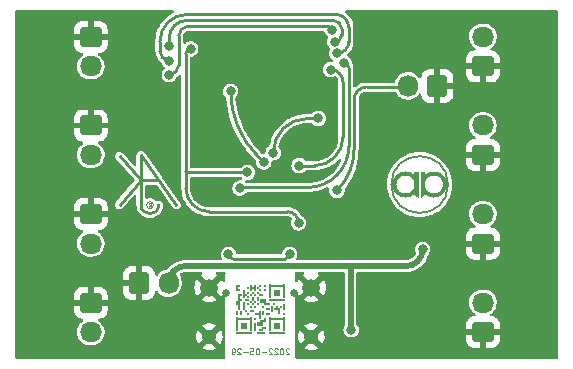
<source format=gbr>
%TF.GenerationSoftware,KiCad,Pcbnew,(6.0.5-0)*%
%TF.CreationDate,2022-05-31T16:46:30+01:00*%
%TF.ProjectId,Relay8,52656c61-7938-42e6-9b69-6361645f7063,1*%
%TF.SameCoordinates,Original*%
%TF.FileFunction,Copper,L2,Bot*%
%TF.FilePolarity,Positive*%
%FSLAX46Y46*%
G04 Gerber Fmt 4.6, Leading zero omitted, Abs format (unit mm)*
G04 Created by KiCad (PCBNEW (6.0.5-0)) date 2022-05-31 16:46:30*
%MOMM*%
%LPD*%
G01*
G04 APERTURE LIST*
G04 Aperture macros list*
%AMRoundRect*
0 Rectangle with rounded corners*
0 $1 Rounding radius*
0 $2 $3 $4 $5 $6 $7 $8 $9 X,Y pos of 4 corners*
0 Add a 4 corners polygon primitive as box body*
4,1,4,$2,$3,$4,$5,$6,$7,$8,$9,$2,$3,0*
0 Add four circle primitives for the rounded corners*
1,1,$1+$1,$2,$3*
1,1,$1+$1,$4,$5*
1,1,$1+$1,$6,$7*
1,1,$1+$1,$8,$9*
0 Add four rect primitives between the rounded corners*
20,1,$1+$1,$2,$3,$4,$5,0*
20,1,$1+$1,$4,$5,$6,$7,0*
20,1,$1+$1,$6,$7,$8,$9,0*
20,1,$1+$1,$8,$9,$2,$3,0*%
G04 Aperture macros list end*
%ADD10C,0.100000*%
%TA.AperFunction,NonConductor*%
%ADD11C,0.100000*%
%TD*%
%TA.AperFunction,EtchedComponent*%
%ADD12C,0.375000*%
%TD*%
%TA.AperFunction,EtchedComponent*%
%ADD13C,0.200000*%
%TD*%
%TA.AperFunction,EtchedComponent*%
%ADD14C,0.080000*%
%TD*%
%TA.AperFunction,EtchedComponent*%
%ADD15C,0.250000*%
%TD*%
%TA.AperFunction,ComponentPad*%
%ADD16RoundRect,0.250000X-0.675000X0.600000X-0.675000X-0.600000X0.675000X-0.600000X0.675000X0.600000X0*%
%TD*%
%TA.AperFunction,ComponentPad*%
%ADD17O,1.850000X1.700000*%
%TD*%
%TA.AperFunction,ComponentPad*%
%ADD18C,0.670000*%
%TD*%
%TA.AperFunction,ComponentPad*%
%ADD19C,1.500000*%
%TD*%
%TA.AperFunction,ComponentPad*%
%ADD20C,1.250000*%
%TD*%
%TA.AperFunction,ComponentPad*%
%ADD21RoundRect,0.250000X0.675000X-0.600000X0.675000X0.600000X-0.675000X0.600000X-0.675000X-0.600000X0*%
%TD*%
%TA.AperFunction,ComponentPad*%
%ADD22RoundRect,0.250000X0.600000X0.675000X-0.600000X0.675000X-0.600000X-0.675000X0.600000X-0.675000X0*%
%TD*%
%TA.AperFunction,ComponentPad*%
%ADD23O,1.700000X1.850000*%
%TD*%
%TA.AperFunction,ComponentPad*%
%ADD24RoundRect,0.250000X-0.600000X-0.675000X0.600000X-0.675000X0.600000X0.675000X-0.600000X0.675000X0*%
%TD*%
%TA.AperFunction,SMDPad,CuDef*%
%ADD25R,0.400000X0.200000*%
%TD*%
%TA.AperFunction,SMDPad,CuDef*%
%ADD26R,0.200000X0.200000*%
%TD*%
%TA.AperFunction,SMDPad,CuDef*%
%ADD27R,0.600000X0.600000*%
%TD*%
%TA.AperFunction,SMDPad,CuDef*%
%ADD28R,0.800000X0.200000*%
%TD*%
%TA.AperFunction,SMDPad,CuDef*%
%ADD29R,0.200000X0.400000*%
%TD*%
%TA.AperFunction,SMDPad,CuDef*%
%ADD30R,0.200000X1.200000*%
%TD*%
%TA.AperFunction,SMDPad,CuDef*%
%ADD31R,0.200000X1.400000*%
%TD*%
%TA.AperFunction,SMDPad,CuDef*%
%ADD32R,1.400000X0.200000*%
%TD*%
%TA.AperFunction,SMDPad,CuDef*%
%ADD33R,0.200000X0.600000*%
%TD*%
%TA.AperFunction,SMDPad,CuDef*%
%ADD34R,0.600000X0.200000*%
%TD*%
%TA.AperFunction,SMDPad,CuDef*%
%ADD35R,0.200000X0.800000*%
%TD*%
%TA.AperFunction,SMDPad,CuDef*%
%ADD36R,0.600000X0.400000*%
%TD*%
%TA.AperFunction,SMDPad,CuDef*%
%ADD37R,1.000000X0.200000*%
%TD*%
%TA.AperFunction,ViaPad*%
%ADD38C,0.800000*%
%TD*%
%TA.AperFunction,Conductor*%
%ADD39C,0.250000*%
%TD*%
%TA.AperFunction,Conductor*%
%ADD40C,0.500000*%
%TD*%
G04 APERTURE END LIST*
D10*
%TO.C,U9*%
D11*
X104928571Y-59423809D02*
X104904761Y-59400000D01*
X104857142Y-59376190D01*
X104738095Y-59376190D01*
X104690476Y-59400000D01*
X104666666Y-59423809D01*
X104642857Y-59471428D01*
X104642857Y-59519047D01*
X104666666Y-59590476D01*
X104952380Y-59876190D01*
X104642857Y-59876190D01*
X104333333Y-59376190D02*
X104285714Y-59376190D01*
X104238095Y-59400000D01*
X104214285Y-59423809D01*
X104190476Y-59471428D01*
X104166666Y-59566666D01*
X104166666Y-59685714D01*
X104190476Y-59780952D01*
X104214285Y-59828571D01*
X104238095Y-59852380D01*
X104285714Y-59876190D01*
X104333333Y-59876190D01*
X104380952Y-59852380D01*
X104404761Y-59828571D01*
X104428571Y-59780952D01*
X104452380Y-59685714D01*
X104452380Y-59566666D01*
X104428571Y-59471428D01*
X104404761Y-59423809D01*
X104380952Y-59400000D01*
X104333333Y-59376190D01*
X103976190Y-59423809D02*
X103952380Y-59400000D01*
X103904761Y-59376190D01*
X103785714Y-59376190D01*
X103738095Y-59400000D01*
X103714285Y-59423809D01*
X103690476Y-59471428D01*
X103690476Y-59519047D01*
X103714285Y-59590476D01*
X104000000Y-59876190D01*
X103690476Y-59876190D01*
X103500000Y-59423809D02*
X103476190Y-59400000D01*
X103428571Y-59376190D01*
X103309523Y-59376190D01*
X103261904Y-59400000D01*
X103238095Y-59423809D01*
X103214285Y-59471428D01*
X103214285Y-59519047D01*
X103238095Y-59590476D01*
X103523809Y-59876190D01*
X103214285Y-59876190D01*
X103000000Y-59685714D02*
X102619047Y-59685714D01*
X102285714Y-59376190D02*
X102238095Y-59376190D01*
X102190476Y-59400000D01*
X102166666Y-59423809D01*
X102142857Y-59471428D01*
X102119047Y-59566666D01*
X102119047Y-59685714D01*
X102142857Y-59780952D01*
X102166666Y-59828571D01*
X102190476Y-59852380D01*
X102238095Y-59876190D01*
X102285714Y-59876190D01*
X102333333Y-59852380D01*
X102357142Y-59828571D01*
X102380952Y-59780952D01*
X102404761Y-59685714D01*
X102404761Y-59566666D01*
X102380952Y-59471428D01*
X102357142Y-59423809D01*
X102333333Y-59400000D01*
X102285714Y-59376190D01*
X101666666Y-59376190D02*
X101904761Y-59376190D01*
X101928571Y-59614285D01*
X101904761Y-59590476D01*
X101857142Y-59566666D01*
X101738095Y-59566666D01*
X101690476Y-59590476D01*
X101666666Y-59614285D01*
X101642857Y-59661904D01*
X101642857Y-59780952D01*
X101666666Y-59828571D01*
X101690476Y-59852380D01*
X101738095Y-59876190D01*
X101857142Y-59876190D01*
X101904761Y-59852380D01*
X101928571Y-59828571D01*
X101428571Y-59685714D02*
X101047619Y-59685714D01*
X100833333Y-59423809D02*
X100809523Y-59400000D01*
X100761904Y-59376190D01*
X100642857Y-59376190D01*
X100595238Y-59400000D01*
X100571428Y-59423809D01*
X100547619Y-59471428D01*
X100547619Y-59519047D01*
X100571428Y-59590476D01*
X100857142Y-59876190D01*
X100547619Y-59876190D01*
X100309523Y-59876190D02*
X100214285Y-59876190D01*
X100166666Y-59852380D01*
X100142857Y-59828571D01*
X100095238Y-59757142D01*
X100071428Y-59661904D01*
X100071428Y-59471428D01*
X100095238Y-59423809D01*
X100119047Y-59400000D01*
X100166666Y-59376190D01*
X100261904Y-59376190D01*
X100309523Y-59400000D01*
X100333333Y-59423809D01*
X100357142Y-59471428D01*
X100357142Y-59590476D01*
X100333333Y-59638095D01*
X100309523Y-59661904D01*
X100261904Y-59685714D01*
X100166666Y-59685714D01*
X100119047Y-59661904D01*
X100095238Y-59638095D01*
X100071428Y-59590476D01*
D12*
%TO.C,U8*%
X118137500Y-45500000D02*
G75*
G03*
X118137500Y-45500000I-937500J0D01*
G01*
X115737500Y-45500000D02*
G75*
G03*
X115737500Y-45500000I-937500J0D01*
G01*
D13*
X118400000Y-45500000D02*
G75*
G03*
X118400000Y-45500000I-2400000J0D01*
G01*
G36*
X115925000Y-46600000D02*
G01*
X115550000Y-46425000D01*
X115550000Y-44400000D01*
X115925000Y-44400000D01*
X115925000Y-46600000D01*
G37*
G36*
X116450000Y-46425000D02*
G01*
X116075000Y-46600000D01*
X116075000Y-44400000D01*
X116450000Y-44400000D01*
X116450000Y-46425000D01*
G37*
D14*
%TO.C,AJK1*%
X93250000Y-47075000D02*
X93250000Y-47375000D01*
D15*
X92400000Y-45125000D02*
X90600000Y-47225000D01*
X92400000Y-43025000D02*
X95400000Y-47225000D01*
D14*
X93250000Y-47235000D02*
X93150000Y-47235000D01*
X93150000Y-47235000D02*
X93050000Y-47375000D01*
D15*
X92400000Y-43025000D02*
X92400000Y-47225000D01*
D14*
X93250000Y-47075000D02*
X93150000Y-47075000D01*
D15*
X90600000Y-43125000D02*
X92400000Y-45125000D01*
X92400000Y-45125000D02*
X93900000Y-45125000D01*
X92400000Y-47225000D02*
G75*
G03*
X93900000Y-47225000I750000J0D01*
G01*
D14*
X93150000Y-47075000D02*
G75*
G03*
X93150000Y-47235000I0J-80000D01*
G01*
X93470000Y-47235000D02*
G75*
G03*
X93470000Y-47235000I-300000J0D01*
G01*
%TD*%
D16*
%TO.P,J4,1,Pin_1*%
%TO.N,GND*%
X88150000Y-40500000D03*
D17*
%TO.P,J4,2,Pin_2*%
%TO.N,O2*%
X88150000Y-43000000D03*
%TD*%
D18*
%TO.P,J1,S1,SHIELD*%
%TO.N,GND*%
X105390000Y-54710000D03*
D19*
X106820000Y-54220000D03*
D18*
X99610000Y-54710000D03*
D20*
X98180000Y-58390000D03*
D19*
X98180000Y-54220000D03*
D20*
X106820000Y-58390000D03*
%TD*%
D16*
%TO.P,J3,1,Pin_1*%
%TO.N,GND*%
X88150000Y-33000000D03*
D17*
%TO.P,J3,2,Pin_2*%
%TO.N,O1*%
X88150000Y-35500000D03*
%TD*%
D21*
%TO.P,J10,1,Pin_1*%
%TO.N,GND*%
X121350000Y-35500000D03*
D17*
%TO.P,J10,2,Pin_2*%
%TO.N,O8*%
X121350000Y-33000000D03*
%TD*%
D22*
%TO.P,J11,1,Pin_1*%
%TO.N,GND*%
X117500000Y-37150000D03*
D23*
%TO.P,J11,2,Pin_2*%
%TO.N,I1*%
X115000000Y-37150000D03*
%TD*%
D24*
%TO.P,J2,1,GND*%
%TO.N,GND*%
X92250000Y-53850000D03*
D23*
%TO.P,J2,2,DC*%
%TO.N,+12V*%
X94750000Y-53850000D03*
%TD*%
D16*
%TO.P,J6,1,Pin_1*%
%TO.N,GND*%
X88150000Y-55500000D03*
D17*
%TO.P,J6,2,Pin_2*%
%TO.N,O4*%
X88150000Y-58000000D03*
%TD*%
D21*
%TO.P,J7,1,Pin_1*%
%TO.N,GND*%
X121350000Y-58000000D03*
D17*
%TO.P,J7,2,Pin_2*%
%TO.N,O5*%
X121350000Y-55500000D03*
%TD*%
D21*
%TO.P,J9,1,Pin_1*%
%TO.N,GND*%
X121350000Y-43000000D03*
D17*
%TO.P,J9,2,Pin_2*%
%TO.N,O7*%
X121350000Y-40500000D03*
%TD*%
D21*
%TO.P,J8,1,Pin_1*%
%TO.N,GND*%
X121350000Y-50500000D03*
D17*
%TO.P,J8,2,Pin_2*%
%TO.N,O6*%
X121350000Y-48000000D03*
%TD*%
D16*
%TO.P,J5,1,Pin_1*%
%TO.N,GND*%
X88150000Y-48000000D03*
D17*
%TO.P,J5,2,Pin_2*%
%TO.N,O3*%
X88150000Y-50500000D03*
%TD*%
D25*
%TO.P,U9,*%
%TO.N,*%
X103800000Y-56050000D03*
X101800000Y-56250000D03*
D26*
X102300000Y-54650000D03*
D27*
X101100000Y-57450000D03*
D28*
X102600000Y-58050000D03*
D29*
X102300000Y-55150000D03*
D26*
X102900000Y-56850000D03*
D30*
X103300000Y-54550000D03*
D26*
X102500000Y-54450000D03*
D29*
X100500000Y-56350000D03*
D26*
X101900000Y-54650000D03*
X101500000Y-56450000D03*
X102100000Y-56850000D03*
X100900000Y-54850000D03*
D31*
X100700000Y-55450000D03*
D27*
X103900000Y-54650000D03*
D29*
X100500000Y-55550000D03*
D32*
X103900000Y-58050000D03*
D26*
X102900000Y-54050000D03*
X101500000Y-55650000D03*
X101700000Y-54850000D03*
D25*
X103200000Y-56050000D03*
D26*
X101700000Y-55450000D03*
X102100000Y-55850000D03*
X104300000Y-55850000D03*
X102300000Y-54250000D03*
D30*
X103300000Y-57350000D03*
D26*
X104500000Y-56450000D03*
D33*
X102100000Y-54250000D03*
D26*
X101900000Y-54250000D03*
D34*
X102700000Y-57050000D03*
D26*
X100900000Y-55250000D03*
X102300000Y-55650000D03*
X102900000Y-54450000D03*
X101500000Y-54650000D03*
D29*
X100900000Y-56350000D03*
D35*
X102100000Y-57550000D03*
D26*
X102500000Y-54050000D03*
X100700000Y-54050000D03*
X101300000Y-56250000D03*
D29*
X101900000Y-55150000D03*
D26*
X101500000Y-55050000D03*
D29*
X102700000Y-56350000D03*
D33*
X104500000Y-55850000D03*
D30*
X101700000Y-57350000D03*
X104500000Y-57350000D03*
D35*
X101100000Y-55750000D03*
D33*
X104100000Y-56250000D03*
D25*
X103200000Y-56450000D03*
D36*
X102500000Y-57350000D03*
D25*
X102600000Y-54850000D03*
X102200000Y-56450000D03*
D30*
X104500000Y-54550000D03*
D27*
X103900000Y-57450000D03*
D35*
X102500000Y-56550000D03*
D26*
X103900000Y-55850000D03*
D36*
X102700000Y-55350000D03*
D26*
X102700000Y-55850000D03*
D25*
X102800000Y-57650000D03*
D26*
X101500000Y-54250000D03*
D33*
X103500000Y-56050000D03*
D26*
X101300000Y-54850000D03*
D37*
X101100000Y-56850000D03*
D35*
X101100000Y-54750000D03*
D26*
X102100000Y-55450000D03*
D37*
X103900000Y-54050000D03*
D25*
X100600000Y-54450000D03*
D37*
X103900000Y-56850000D03*
D34*
X103100000Y-55650000D03*
D26*
X101900000Y-55650000D03*
D25*
X101400000Y-55250000D03*
D32*
X103900000Y-55250000D03*
D29*
X100500000Y-54150000D03*
D32*
X101100000Y-58050000D03*
D30*
X100500000Y-57350000D03*
D26*
X103700000Y-55650000D03*
D33*
X101700000Y-54250000D03*
D26*
X102100000Y-54850000D03*
X101700000Y-55850000D03*
D25*
X102600000Y-57850000D03*
%TD*%
D38*
%TO.N,GND*%
X115000000Y-58500000D03*
X108000000Y-34000000D03*
X98300000Y-45700000D03*
X103750000Y-46750000D03*
%TO.N,+3V3*%
X105750000Y-48750000D03*
X96620205Y-34013915D03*
X101412911Y-44474500D03*
%TO.N,VBUS*%
X105000000Y-51400000D03*
X99800000Y-51400000D03*
%TO.N,+12V*%
X110200000Y-57800000D03*
X116250000Y-51000000D03*
%TO.N,O*%
X109600000Y-35200000D03*
X100800000Y-45800000D03*
%TO.N,I*%
X105800000Y-43900000D03*
X108475500Y-35772305D03*
%TO.N,EN*%
X100000000Y-37600000D03*
X102800000Y-43600000D03*
%TO.N,BOOT*%
X103600000Y-42800000D03*
X107409653Y-39903473D03*
%TO.N,G*%
X109000000Y-34400000D03*
X94800000Y-35000000D03*
%TO.N,B*%
X108600000Y-32400000D03*
X94800000Y-36200000D03*
%TO.N,R*%
X94800000Y-33800000D03*
X108800000Y-33400000D03*
%TO.N,I1*%
X109000000Y-46000000D03*
%TD*%
D39*
%TO.N,+3V3*%
X98200000Y-47800000D02*
X104700000Y-47800000D01*
X104700000Y-47800000D02*
X104800000Y-47800000D01*
X101412911Y-44474500D02*
X96274500Y-44474500D01*
X96200000Y-45800000D02*
X96200000Y-44400000D01*
X96200000Y-34434120D02*
X96200000Y-44400000D01*
X96200000Y-45800000D02*
G75*
G03*
X98200000Y-47800000I2000000J0D01*
G01*
X105750000Y-48750000D02*
G75*
G03*
X104800000Y-47800000I-950000J0D01*
G01*
X96200000Y-44400000D02*
G75*
G03*
X96274500Y-44474500I74500J0D01*
G01*
X96200015Y-34434120D02*
G75*
G02*
X96620205Y-34013915I420185J20D01*
G01*
%TO.N,VBUS*%
X100200000Y-51800000D02*
X104600000Y-51800000D01*
X100200000Y-51800000D02*
G75*
G02*
X99800000Y-51400000I0J400000D01*
G01*
X105000000Y-51400000D02*
G75*
G02*
X104600000Y-51800000I-400000J0D01*
G01*
D40*
%TO.N,+12V*%
X110150000Y-52400000D02*
X114850000Y-52400000D01*
X96200000Y-52400000D02*
X110150000Y-52400000D01*
X110150000Y-57750000D02*
X110150000Y-52400000D01*
X110150000Y-57750000D02*
G75*
G03*
X110200000Y-57800000I50000J0D01*
G01*
X116250000Y-51000000D02*
G75*
G02*
X114850000Y-52400000I-1400000J0D01*
G01*
X94750000Y-53850000D02*
G75*
G02*
X96200000Y-52400000I1450000J0D01*
G01*
D39*
%TO.N,O*%
X106500000Y-45750000D02*
X100850000Y-45750000D01*
X110000000Y-35600000D02*
X110000000Y-42250000D01*
X110000000Y-35600000D02*
G75*
G03*
X109600000Y-35200000I-400000J0D01*
G01*
X106500000Y-45750000D02*
G75*
G03*
X110000000Y-42250000I0J3500000D01*
G01*
X100800000Y-45800000D02*
G75*
G02*
X100850000Y-45750000I50000J0D01*
G01*
%TO.N,I*%
X105800000Y-43900000D02*
X107100000Y-43900000D01*
X109500000Y-41500000D02*
X109500000Y-36796805D01*
X109500000Y-41500000D02*
G75*
G02*
X107100000Y-43900000I-2400000J0D01*
G01*
X108475500Y-35772300D02*
G75*
G02*
X109500000Y-36796805I0J-1024500D01*
G01*
%TO.N,EN*%
X102262742Y-43062741D02*
X102800000Y-43600000D01*
X102262738Y-43062745D02*
G75*
G02*
X100000000Y-37600000I5462762J5462745D01*
G01*
%TO.N,BOOT*%
X106496527Y-39903473D02*
X107409653Y-39903473D01*
X106496527Y-39903500D02*
G75*
G03*
X103600000Y-42800000I-27J-2896500D01*
G01*
%TO.N,G*%
X108900000Y-31100000D02*
X96300000Y-31100000D01*
X110000000Y-33400000D02*
X110000000Y-32200000D01*
X94000000Y-33400000D02*
X94000000Y-34200000D01*
X110000000Y-33400000D02*
G75*
G02*
X109000000Y-34400000I-1000000J0D01*
G01*
X94000000Y-33400000D02*
G75*
G02*
X96300000Y-31100000I2300000J0D01*
G01*
X108900000Y-31100000D02*
G75*
G02*
X110000000Y-32200000I0J-1100000D01*
G01*
X94800000Y-35000000D02*
G75*
G02*
X94000000Y-34200000I0J800000D01*
G01*
%TO.N,B*%
X95600000Y-35400000D02*
X95600000Y-32900000D01*
X108300000Y-32100000D02*
X96400000Y-32100000D01*
X108300000Y-32100000D02*
G75*
G02*
X108600000Y-32400000I0J-300000D01*
G01*
X95600000Y-35400000D02*
G75*
G02*
X94800000Y-36200000I-800000J0D01*
G01*
X108600000Y-32400000D02*
G75*
G03*
X108400000Y-32200000I-200000J0D01*
G01*
X95600000Y-32900000D02*
G75*
G02*
X96400000Y-32100000I800000J0D01*
G01*
%TO.N,R*%
X96300000Y-31600000D02*
X108700000Y-31600000D01*
X94800000Y-33800000D02*
X94800000Y-33100000D01*
X109400000Y-32800000D02*
X109400000Y-32300000D01*
X108700000Y-31600000D02*
G75*
G02*
X109400000Y-32300000I0J-700000D01*
G01*
X109400000Y-32800000D02*
G75*
G02*
X108800000Y-33400000I-600000J0D01*
G01*
X96300000Y-31600000D02*
G75*
G03*
X94800000Y-33100000I0J-1500000D01*
G01*
%TO.N,I1*%
X110449511Y-42500571D02*
X110449511Y-38300489D01*
X111500000Y-37250000D02*
X114900000Y-37250000D01*
X111500000Y-37250011D02*
G75*
G03*
X110449511Y-38300489I0J-1050489D01*
G01*
X115000000Y-37150000D02*
G75*
G02*
X114900000Y-37250000I-100000J0D01*
G01*
X110449498Y-42500571D02*
G75*
G02*
X108999999Y-45999999I-4948898J-29D01*
G01*
%TD*%
%TA.AperFunction,Conductor*%
%TO.N,GND*%
G36*
X95149836Y-30770185D02*
G01*
X95195591Y-30822989D01*
X95205535Y-30892147D01*
X95176510Y-30955703D01*
X95137355Y-30985642D01*
X95137315Y-30985659D01*
X94874305Y-31131020D01*
X94629224Y-31304914D01*
X94626638Y-31307225D01*
X94626633Y-31307229D01*
X94518188Y-31404142D01*
X94405155Y-31505155D01*
X94402836Y-31507750D01*
X94218591Y-31713920D01*
X94204914Y-31729224D01*
X94152120Y-31803630D01*
X94053781Y-31942227D01*
X94031020Y-31974305D01*
X93979787Y-32067004D01*
X93889948Y-32229555D01*
X93885659Y-32237315D01*
X93770661Y-32514946D01*
X93769698Y-32518289D01*
X93700851Y-32757262D01*
X93687470Y-32803707D01*
X93637133Y-33099967D01*
X93636939Y-33103429D01*
X93636938Y-33103434D01*
X93621402Y-33380085D01*
X93620539Y-33395451D01*
X93619819Y-33400000D01*
X93621345Y-33409635D01*
X93621345Y-33409638D01*
X93622973Y-33419915D01*
X93624500Y-33439312D01*
X93624500Y-34160688D01*
X93622973Y-34180085D01*
X93619819Y-34200000D01*
X93621345Y-34209635D01*
X93621345Y-34210087D01*
X93622280Y-34217987D01*
X93634936Y-34378794D01*
X93635382Y-34384457D01*
X93636517Y-34389184D01*
X93636518Y-34389191D01*
X93653979Y-34461919D01*
X93678576Y-34564373D01*
X93749383Y-34735316D01*
X93846060Y-34893078D01*
X93966226Y-35033774D01*
X94106922Y-35153940D01*
X94119344Y-35161552D01*
X94143180Y-35176159D01*
X94190055Y-35227971D01*
X94194838Y-35239272D01*
X94216143Y-35297490D01*
X94303958Y-35428172D01*
X94392505Y-35508743D01*
X94428840Y-35568420D01*
X94427144Y-35638269D01*
X94390565Y-35693898D01*
X94313034Y-35761533D01*
X94222501Y-35890348D01*
X94165309Y-36037039D01*
X94144758Y-36193138D01*
X94145578Y-36200566D01*
X94145578Y-36200568D01*
X94157522Y-36308755D01*
X94162035Y-36349633D01*
X94164601Y-36356645D01*
X94164602Y-36356649D01*
X94189204Y-36423876D01*
X94216143Y-36497490D01*
X94303958Y-36628172D01*
X94326183Y-36648395D01*
X94414878Y-36729102D01*
X94414882Y-36729105D01*
X94420410Y-36734135D01*
X94426980Y-36737702D01*
X94426981Y-36737703D01*
X94535829Y-36796803D01*
X94558776Y-36809262D01*
X94646093Y-36832169D01*
X94703841Y-36847319D01*
X94703843Y-36847319D01*
X94711069Y-36849215D01*
X94788127Y-36850425D01*
X94861025Y-36851571D01*
X94861028Y-36851571D01*
X94868495Y-36851688D01*
X94875776Y-36850020D01*
X94875780Y-36850020D01*
X95014681Y-36818207D01*
X95021968Y-36816538D01*
X95162625Y-36745795D01*
X95168306Y-36740943D01*
X95168309Y-36740941D01*
X95276666Y-36648395D01*
X95276667Y-36648394D01*
X95282348Y-36643542D01*
X95293393Y-36628172D01*
X95323608Y-36586122D01*
X95374224Y-36515683D01*
X95377010Y-36508752D01*
X95377013Y-36508747D01*
X95406352Y-36435763D01*
X95449621Y-36380903D01*
X95456614Y-36376286D01*
X95488921Y-36356488D01*
X95488926Y-36356484D01*
X95493078Y-36353940D01*
X95619969Y-36245564D01*
X95683729Y-36216994D01*
X95752815Y-36227431D01*
X95805291Y-36273562D01*
X95824500Y-36339855D01*
X95824500Y-44360688D01*
X95822973Y-44380085D01*
X95819819Y-44400000D01*
X95821346Y-44409641D01*
X95822973Y-44419913D01*
X95824500Y-44439311D01*
X95824500Y-45760688D01*
X95822973Y-45780085D01*
X95822080Y-45785727D01*
X95819819Y-45800000D01*
X95820367Y-45803463D01*
X95837510Y-46086858D01*
X95838184Y-46090538D01*
X95838185Y-46090543D01*
X95853943Y-46176530D01*
X95889312Y-46369533D01*
X95974809Y-46643904D01*
X95976352Y-46647333D01*
X95976353Y-46647335D01*
X96003781Y-46708276D01*
X96092755Y-46905968D01*
X96195216Y-47075460D01*
X96229653Y-47132425D01*
X96241428Y-47151904D01*
X96418663Y-47378127D01*
X96621873Y-47581337D01*
X96848096Y-47758572D01*
X97094032Y-47907245D01*
X97356096Y-48025191D01*
X97630467Y-48110688D01*
X97744401Y-48131567D01*
X97909457Y-48161815D01*
X97909462Y-48161816D01*
X97913142Y-48162490D01*
X98196537Y-48179633D01*
X98200000Y-48180181D01*
X98209635Y-48178655D01*
X98209638Y-48178655D01*
X98219915Y-48177027D01*
X98239312Y-48175500D01*
X104760688Y-48175500D01*
X104780085Y-48177027D01*
X104788860Y-48178417D01*
X104800000Y-48180181D01*
X104809638Y-48178655D01*
X104819399Y-48178655D01*
X104819399Y-48179652D01*
X104833963Y-48179327D01*
X104913953Y-48188340D01*
X104941022Y-48194518D01*
X105036077Y-48227778D01*
X105061097Y-48239827D01*
X105127606Y-48281618D01*
X105173896Y-48333952D01*
X105184544Y-48403006D01*
X105172485Y-48440342D01*
X105172501Y-48440348D01*
X105115309Y-48587039D01*
X105094758Y-48743138D01*
X105095578Y-48750566D01*
X105095578Y-48750568D01*
X105097474Y-48767744D01*
X105112035Y-48899633D01*
X105114601Y-48906645D01*
X105114602Y-48906649D01*
X105139915Y-48975818D01*
X105166143Y-49047490D01*
X105253958Y-49178172D01*
X105293245Y-49213920D01*
X105364878Y-49279102D01*
X105364882Y-49279105D01*
X105370410Y-49284135D01*
X105376980Y-49287702D01*
X105376981Y-49287703D01*
X105473022Y-49339849D01*
X105508776Y-49359262D01*
X105611031Y-49386088D01*
X105653841Y-49397319D01*
X105653843Y-49397319D01*
X105661069Y-49399215D01*
X105738127Y-49400425D01*
X105811025Y-49401571D01*
X105811028Y-49401571D01*
X105818495Y-49401688D01*
X105825776Y-49400020D01*
X105825780Y-49400020D01*
X105964681Y-49368207D01*
X105971968Y-49366538D01*
X106112625Y-49295795D01*
X106118306Y-49290943D01*
X106118309Y-49290941D01*
X106226666Y-49198395D01*
X106226667Y-49198394D01*
X106232348Y-49193542D01*
X106237283Y-49186675D01*
X106318897Y-49073096D01*
X106324224Y-49065683D01*
X106382950Y-48919598D01*
X106384793Y-48906649D01*
X106404562Y-48767744D01*
X106404562Y-48767740D01*
X106405134Y-48763723D01*
X106405278Y-48750000D01*
X106393542Y-48653015D01*
X106387262Y-48601119D01*
X106387261Y-48601115D01*
X106386363Y-48593694D01*
X106370261Y-48551081D01*
X106333354Y-48453408D01*
X106333352Y-48453405D01*
X106330710Y-48446412D01*
X106300878Y-48403006D01*
X106245768Y-48322821D01*
X106245765Y-48322818D01*
X106241531Y-48316657D01*
X106172539Y-48255187D01*
X106129559Y-48216893D01*
X106129558Y-48216892D01*
X106123976Y-48211919D01*
X106117374Y-48208423D01*
X106117369Y-48208420D01*
X106007214Y-48150096D01*
X105959511Y-48105299D01*
X105878220Y-47972644D01*
X105878214Y-47972636D01*
X105875668Y-47968481D01*
X105864199Y-47955052D01*
X105743329Y-47813533D01*
X105740168Y-47809832D01*
X105725161Y-47797015D01*
X105585226Y-47677498D01*
X105585225Y-47677497D01*
X105581519Y-47674332D01*
X105403625Y-47565319D01*
X105210869Y-47485476D01*
X105206133Y-47484339D01*
X105012729Y-47437907D01*
X105012723Y-47437906D01*
X105007995Y-47436771D01*
X105003145Y-47436389D01*
X105003143Y-47436389D01*
X104870603Y-47425958D01*
X104866559Y-47425366D01*
X104865452Y-47424977D01*
X104859945Y-47424500D01*
X104856955Y-47424500D01*
X104847228Y-47424118D01*
X104812159Y-47421358D01*
X104812057Y-47421346D01*
X104812005Y-47421346D01*
X104807304Y-47420976D01*
X104800000Y-47419819D01*
X104790359Y-47421346D01*
X104790358Y-47421346D01*
X104780085Y-47422973D01*
X104760688Y-47424500D01*
X98239312Y-47424500D01*
X98219915Y-47422973D01*
X98209642Y-47421346D01*
X98209641Y-47421346D01*
X98200000Y-47419819D01*
X98190359Y-47421346D01*
X98181378Y-47421346D01*
X98165448Y-47422029D01*
X97977650Y-47408597D01*
X97960148Y-47406081D01*
X97750996Y-47360582D01*
X97734020Y-47355598D01*
X97533465Y-47280795D01*
X97517371Y-47273445D01*
X97329511Y-47170865D01*
X97314628Y-47161300D01*
X97143279Y-47033030D01*
X97129908Y-47021444D01*
X96978556Y-46870092D01*
X96966970Y-46856721D01*
X96838700Y-46685372D01*
X96829135Y-46670489D01*
X96726555Y-46482629D01*
X96719205Y-46466535D01*
X96644402Y-46265980D01*
X96639418Y-46249005D01*
X96615721Y-46140073D01*
X96593919Y-46039852D01*
X96591402Y-46022345D01*
X96590786Y-46013723D01*
X96577971Y-45834552D01*
X96578654Y-45818622D01*
X96578654Y-45809641D01*
X96580181Y-45800000D01*
X96578654Y-45790358D01*
X96577027Y-45780085D01*
X96575500Y-45760688D01*
X96575500Y-44974000D01*
X96595185Y-44906961D01*
X96647989Y-44861206D01*
X96699500Y-44850000D01*
X100815818Y-44850000D01*
X100882857Y-44869685D01*
X100909682Y-44892972D01*
X100912701Y-44896469D01*
X100916869Y-44902672D01*
X100922399Y-44907704D01*
X100922400Y-44907705D01*
X100951407Y-44934099D01*
X100987744Y-44993776D01*
X100986048Y-45063625D01*
X100946858Y-45121469D01*
X100882617Y-45148943D01*
X100867305Y-45149811D01*
X100732158Y-45149104D01*
X100732157Y-45149104D01*
X100724684Y-45149065D01*
X100717421Y-45150809D01*
X100717418Y-45150809D01*
X100657152Y-45165278D01*
X100571588Y-45185820D01*
X100431679Y-45258032D01*
X100313034Y-45361533D01*
X100222501Y-45490348D01*
X100165309Y-45637039D01*
X100144758Y-45793138D01*
X100145578Y-45800566D01*
X100145578Y-45800568D01*
X100151394Y-45853250D01*
X100162035Y-45949633D01*
X100164601Y-45956645D01*
X100164602Y-45956649D01*
X100186960Y-46017744D01*
X100216143Y-46097490D01*
X100303958Y-46228172D01*
X100345509Y-46265980D01*
X100414878Y-46329102D01*
X100414882Y-46329105D01*
X100420410Y-46334135D01*
X100426980Y-46337702D01*
X100426981Y-46337703D01*
X100531733Y-46394579D01*
X100558776Y-46409262D01*
X100650046Y-46433206D01*
X100703841Y-46447319D01*
X100703843Y-46447319D01*
X100711069Y-46449215D01*
X100788127Y-46450425D01*
X100861025Y-46451571D01*
X100861028Y-46451571D01*
X100868495Y-46451688D01*
X100875776Y-46450020D01*
X100875780Y-46450020D01*
X101014681Y-46418207D01*
X101021968Y-46416538D01*
X101162625Y-46345795D01*
X101168306Y-46340943D01*
X101168309Y-46340941D01*
X101276666Y-46248395D01*
X101276667Y-46248394D01*
X101282348Y-46243542D01*
X101293393Y-46228172D01*
X101330062Y-46177141D01*
X101385167Y-46134186D01*
X101430760Y-46125500D01*
X106460688Y-46125500D01*
X106480085Y-46127027D01*
X106490420Y-46128664D01*
X106490422Y-46128664D01*
X106500000Y-46130181D01*
X106500064Y-46130171D01*
X106880324Y-46111490D01*
X107071587Y-46083119D01*
X107253985Y-46056063D01*
X107253988Y-46056062D01*
X107256984Y-46055618D01*
X107626355Y-45963095D01*
X107629220Y-45962070D01*
X107629223Y-45962069D01*
X107982000Y-45835843D01*
X107982004Y-45835841D01*
X107984878Y-45834813D01*
X108185234Y-45740052D01*
X108254252Y-45729184D01*
X108318191Y-45757355D01*
X108356749Y-45815622D01*
X108361189Y-45868332D01*
X108359085Y-45884315D01*
X108344758Y-45993138D01*
X108345578Y-46000566D01*
X108345578Y-46000568D01*
X108347474Y-46017744D01*
X108362035Y-46149633D01*
X108364601Y-46156645D01*
X108364602Y-46156649D01*
X108383949Y-46209517D01*
X108416143Y-46297490D01*
X108503958Y-46428172D01*
X108555248Y-46474842D01*
X108614878Y-46529102D01*
X108614882Y-46529105D01*
X108620410Y-46534135D01*
X108758776Y-46609262D01*
X108861031Y-46636088D01*
X108903841Y-46647319D01*
X108903843Y-46647319D01*
X108911069Y-46649215D01*
X108988127Y-46650425D01*
X109061025Y-46651571D01*
X109061028Y-46651571D01*
X109068495Y-46651688D01*
X109075776Y-46650020D01*
X109075780Y-46650020D01*
X109214681Y-46618207D01*
X109221968Y-46616538D01*
X109362625Y-46545795D01*
X109368306Y-46540943D01*
X109368309Y-46540941D01*
X109476666Y-46448395D01*
X109476667Y-46448394D01*
X109482348Y-46443542D01*
X109493393Y-46428172D01*
X109518255Y-46393572D01*
X109574224Y-46315683D01*
X109632950Y-46169598D01*
X109634793Y-46156649D01*
X109654562Y-46017744D01*
X109654562Y-46017740D01*
X109655134Y-46013723D01*
X109655278Y-46000000D01*
X109643712Y-45904428D01*
X109655200Y-45835511D01*
X109669433Y-45812768D01*
X109811456Y-45632612D01*
X109865034Y-45552426D01*
X109919344Y-45471145D01*
X113244624Y-45471145D01*
X113244809Y-45474863D01*
X113244809Y-45474870D01*
X113244992Y-45478538D01*
X113260516Y-45790358D01*
X113261114Y-45802376D01*
X113317277Y-46129227D01*
X113373039Y-46315683D01*
X113408186Y-46433206D01*
X113412300Y-46446964D01*
X113413793Y-46450391D01*
X113413794Y-46450392D01*
X113420830Y-46466535D01*
X113544807Y-46750983D01*
X113712879Y-47036882D01*
X113736453Y-47067771D01*
X113896664Y-47277697D01*
X113914080Y-47300518D01*
X114034486Y-47424118D01*
X114142198Y-47534687D01*
X114145496Y-47538073D01*
X114403775Y-47746107D01*
X114685176Y-47921604D01*
X114794383Y-47972644D01*
X114982237Y-48060442D01*
X114982244Y-48060445D01*
X114985623Y-48062024D01*
X114989175Y-48063188D01*
X114989174Y-48063188D01*
X115292094Y-48162490D01*
X115300763Y-48165332D01*
X115304430Y-48166061D01*
X115304436Y-48166063D01*
X115476725Y-48200333D01*
X115626032Y-48230032D01*
X115657070Y-48232393D01*
X115952992Y-48254904D01*
X115952999Y-48254904D01*
X115956718Y-48255187D01*
X115960448Y-48255021D01*
X115960455Y-48255021D01*
X116284291Y-48240599D01*
X116284298Y-48240598D01*
X116288031Y-48240432D01*
X116615172Y-48185981D01*
X116634942Y-48180181D01*
X116929820Y-48093673D01*
X116929827Y-48093671D01*
X116933401Y-48092622D01*
X117001911Y-48063188D01*
X117234681Y-47963183D01*
X117234686Y-47963181D01*
X117238111Y-47961709D01*
X117255011Y-47951893D01*
X117440360Y-47844233D01*
X117524885Y-47795137D01*
X117531822Y-47789900D01*
X117786591Y-47597570D01*
X117786597Y-47597565D01*
X117789572Y-47595319D01*
X118028335Y-47365150D01*
X118237718Y-47107964D01*
X118414687Y-46827485D01*
X118416282Y-46824118D01*
X118416286Y-46824111D01*
X118555079Y-46531153D01*
X118556678Y-46527778D01*
X118661635Y-46213183D01*
X118706086Y-45995670D01*
X118727289Y-45891919D01*
X118727290Y-45891913D01*
X118728037Y-45888257D01*
X118732490Y-45833510D01*
X118754746Y-45559886D01*
X118754746Y-45559879D01*
X118754923Y-45557707D01*
X118755399Y-45512204D01*
X118755504Y-45502208D01*
X118755504Y-45502205D01*
X118755527Y-45500000D01*
X118735570Y-45168960D01*
X118675987Y-44842715D01*
X118577641Y-44525991D01*
X118570991Y-44511158D01*
X118459192Y-44261812D01*
X118441958Y-44223375D01*
X118270902Y-43939252D01*
X118238333Y-43897490D01*
X118069242Y-43680674D01*
X118069238Y-43680669D01*
X118066951Y-43677737D01*
X118036012Y-43646636D01*
X119925001Y-43646636D01*
X119925331Y-43653015D01*
X119935151Y-43747671D01*
X119937997Y-43760849D01*
X119988920Y-43913481D01*
X119994991Y-43926443D01*
X120079438Y-44062907D01*
X120088325Y-44074120D01*
X120201904Y-44187501D01*
X120213135Y-44196370D01*
X120349741Y-44280575D01*
X120362718Y-44286627D01*
X120515446Y-44337285D01*
X120528613Y-44340108D01*
X120622019Y-44349678D01*
X120628325Y-44350000D01*
X121082170Y-44350000D01*
X121097169Y-44345596D01*
X121098356Y-44344226D01*
X121100000Y-44336668D01*
X121100000Y-44332169D01*
X121600000Y-44332169D01*
X121604404Y-44347168D01*
X121605774Y-44348355D01*
X121613332Y-44349999D01*
X122071636Y-44349999D01*
X122078015Y-44349669D01*
X122172671Y-44339849D01*
X122185849Y-44337003D01*
X122338481Y-44286080D01*
X122351443Y-44280009D01*
X122487907Y-44195562D01*
X122499120Y-44186675D01*
X122612501Y-44073096D01*
X122621370Y-44061865D01*
X122705575Y-43925259D01*
X122711627Y-43912282D01*
X122762285Y-43759554D01*
X122765108Y-43746387D01*
X122774678Y-43652981D01*
X122775000Y-43646675D01*
X122775000Y-43267830D01*
X122770596Y-43252831D01*
X122769226Y-43251644D01*
X122761668Y-43250000D01*
X121617830Y-43250000D01*
X121602831Y-43254404D01*
X121601644Y-43255774D01*
X121600000Y-43263332D01*
X121600000Y-44332169D01*
X121100000Y-44332169D01*
X121100000Y-43267830D01*
X121095596Y-43252831D01*
X121094226Y-43251644D01*
X121086668Y-43250000D01*
X119942831Y-43250000D01*
X119927832Y-43254404D01*
X119926645Y-43255774D01*
X119925001Y-43263332D01*
X119925001Y-43646636D01*
X118036012Y-43646636D01*
X117916641Y-43526638D01*
X117835688Y-43445259D01*
X117835681Y-43445253D01*
X117833060Y-43442618D01*
X117814603Y-43428067D01*
X117707234Y-43343425D01*
X117572617Y-43237301D01*
X117565922Y-43233222D01*
X117357324Y-43106144D01*
X117289393Y-43064760D01*
X117094933Y-42976344D01*
X116990892Y-42929039D01*
X116990886Y-42929037D01*
X116987493Y-42927494D01*
X116983932Y-42926368D01*
X116983930Y-42926367D01*
X116674853Y-42828618D01*
X116674846Y-42828616D01*
X116671288Y-42827491D01*
X116667620Y-42826801D01*
X116667615Y-42826800D01*
X116349034Y-42766892D01*
X116349033Y-42766892D01*
X116345359Y-42766201D01*
X116214037Y-42757594D01*
X116018142Y-42744754D01*
X116018135Y-42744754D01*
X116014428Y-42744511D01*
X115683288Y-42762735D01*
X115679608Y-42763387D01*
X115679601Y-42763388D01*
X115360418Y-42819955D01*
X115360413Y-42819956D01*
X115356735Y-42820608D01*
X115353165Y-42821696D01*
X115353157Y-42821698D01*
X115190154Y-42871378D01*
X115039500Y-42917294D01*
X114736179Y-43051391D01*
X114593672Y-43136174D01*
X114454382Y-43219042D01*
X114454376Y-43219046D01*
X114451164Y-43220957D01*
X114448211Y-43223235D01*
X114448204Y-43223240D01*
X114284992Y-43349158D01*
X114188585Y-43423536D01*
X114185925Y-43426154D01*
X114185921Y-43426158D01*
X113954907Y-43653571D01*
X113954903Y-43653575D01*
X113952244Y-43656193D01*
X113745566Y-43915558D01*
X113738728Y-43926651D01*
X113588165Y-44170912D01*
X113571545Y-44197874D01*
X113569987Y-44201254D01*
X113569982Y-44201263D01*
X113501566Y-44349669D01*
X113432700Y-44499051D01*
X113331043Y-44814728D01*
X113330335Y-44818387D01*
X113330333Y-44818395D01*
X113269844Y-45131044D01*
X113268047Y-45140332D01*
X113244624Y-45471145D01*
X109919344Y-45471145D01*
X110042554Y-45286749D01*
X110042562Y-45286736D01*
X110043903Y-45284729D01*
X110074058Y-45230884D01*
X110118901Y-45150809D01*
X110248339Y-44919680D01*
X110249701Y-44916727D01*
X110422489Y-44541919D01*
X110422490Y-44541916D01*
X110423504Y-44539717D01*
X110568316Y-44147181D01*
X110569047Y-44144592D01*
X110625037Y-43946062D01*
X110681884Y-43744494D01*
X110726489Y-43520242D01*
X110763030Y-43336537D01*
X110763031Y-43336528D01*
X110763507Y-43334137D01*
X110812682Y-42918642D01*
X110820008Y-42732170D01*
X119925000Y-42732170D01*
X119929404Y-42747169D01*
X119930774Y-42748356D01*
X119938332Y-42750000D01*
X122757169Y-42750000D01*
X122772168Y-42745596D01*
X122773355Y-42744226D01*
X122774999Y-42736668D01*
X122774999Y-42353364D01*
X122774669Y-42346985D01*
X122764849Y-42252329D01*
X122762003Y-42239151D01*
X122711080Y-42086519D01*
X122705009Y-42073557D01*
X122620562Y-41937093D01*
X122611675Y-41925880D01*
X122498096Y-41812499D01*
X122486865Y-41803630D01*
X122350259Y-41719425D01*
X122337282Y-41713373D01*
X122184554Y-41662715D01*
X122171387Y-41659892D01*
X122086195Y-41651164D01*
X122021511Y-41624749D01*
X121981377Y-41567557D01*
X121978534Y-41497745D01*
X122013886Y-41437479D01*
X122022504Y-41430632D01*
X122022239Y-41430295D01*
X122182740Y-41304220D01*
X122187379Y-41300576D01*
X122209579Y-41274993D01*
X122321146Y-41146424D01*
X122321147Y-41146423D01*
X122325010Y-41141971D01*
X122430166Y-40960201D01*
X122499053Y-40761826D01*
X122529186Y-40554004D01*
X122519477Y-40344233D01*
X122504509Y-40282127D01*
X122471658Y-40145815D01*
X122471657Y-40145812D01*
X122470276Y-40140082D01*
X122424681Y-40039799D01*
X122385802Y-39954290D01*
X122383360Y-39948919D01*
X122261863Y-39777640D01*
X122235423Y-39752329D01*
X122114436Y-39636509D01*
X122114432Y-39636505D01*
X122110169Y-39632425D01*
X121933754Y-39518515D01*
X121928279Y-39516308D01*
X121928276Y-39516307D01*
X121744461Y-39442227D01*
X121744456Y-39442226D01*
X121738981Y-39440019D01*
X121532878Y-39399770D01*
X121527357Y-39399500D01*
X121222531Y-39399500D01*
X121065954Y-39414439D01*
X121060294Y-39416099D01*
X121060291Y-39416100D01*
X120965203Y-39443996D01*
X120864451Y-39473553D01*
X120859202Y-39476256D01*
X120859203Y-39476256D01*
X120683004Y-39567004D01*
X120682999Y-39567007D01*
X120677761Y-39569705D01*
X120512621Y-39699424D01*
X120508756Y-39703878D01*
X120508755Y-39703879D01*
X120384574Y-39846985D01*
X120374990Y-39858029D01*
X120269834Y-40039799D01*
X120200947Y-40238174D01*
X120170814Y-40445996D01*
X120180523Y-40655767D01*
X120196333Y-40721367D01*
X120226641Y-40847124D01*
X120229724Y-40859918D01*
X120232164Y-40865286D01*
X120232166Y-40865290D01*
X120277643Y-40965311D01*
X120316640Y-41051081D01*
X120438137Y-41222360D01*
X120442404Y-41226444D01*
X120442405Y-41226446D01*
X120585564Y-41363491D01*
X120585568Y-41363495D01*
X120589831Y-41367575D01*
X120600276Y-41374319D01*
X120675539Y-41422916D01*
X120721180Y-41475818D01*
X120730976Y-41544998D01*
X120701815Y-41608491D01*
X120642956Y-41646140D01*
X120621072Y-41650426D01*
X120527328Y-41660151D01*
X120514151Y-41662997D01*
X120361519Y-41713920D01*
X120348557Y-41719991D01*
X120212093Y-41804438D01*
X120200880Y-41813325D01*
X120087499Y-41926904D01*
X120078630Y-41938135D01*
X119994425Y-42074741D01*
X119988373Y-42087718D01*
X119937715Y-42240446D01*
X119934892Y-42253613D01*
X119925322Y-42347019D01*
X119925000Y-42353325D01*
X119925000Y-42732170D01*
X110820008Y-42732170D01*
X110828913Y-42505490D01*
X110829692Y-42500569D01*
X110826538Y-42480656D01*
X110825011Y-42461258D01*
X110825011Y-38339804D01*
X110826538Y-38320406D01*
X110828165Y-38310132D01*
X110829692Y-38300493D01*
X110828166Y-38290856D01*
X110828166Y-38281093D01*
X110829166Y-38281093D01*
X110828838Y-38266530D01*
X110840372Y-38164177D01*
X110846551Y-38137107D01*
X110887243Y-38020818D01*
X110899291Y-37995800D01*
X110964841Y-37891479D01*
X110982153Y-37869770D01*
X111069275Y-37782649D01*
X111090984Y-37765337D01*
X111195304Y-37699789D01*
X111220322Y-37687741D01*
X111336617Y-37647048D01*
X111363687Y-37640870D01*
X111466078Y-37629333D01*
X111480601Y-37629657D01*
X111480601Y-37628654D01*
X111490360Y-37628654D01*
X111500000Y-37630181D01*
X111509641Y-37628654D01*
X111509642Y-37628654D01*
X111519915Y-37627027D01*
X111539312Y-37625500D01*
X113892762Y-37625500D01*
X113959801Y-37645185D01*
X114003000Y-37692724D01*
X114067002Y-37816992D01*
X114067005Y-37816997D01*
X114069705Y-37822239D01*
X114073349Y-37826878D01*
X114187872Y-37972672D01*
X114199424Y-37987379D01*
X114203878Y-37991244D01*
X114203879Y-37991245D01*
X114289197Y-38065280D01*
X114358029Y-38125010D01*
X114363134Y-38127963D01*
X114363135Y-38127964D01*
X114463113Y-38185802D01*
X114539799Y-38230166D01*
X114738174Y-38299053D01*
X114945996Y-38329186D01*
X115155767Y-38319477D01*
X115161506Y-38318094D01*
X115354185Y-38271658D01*
X115354188Y-38271657D01*
X115359918Y-38270276D01*
X115365286Y-38267836D01*
X115365290Y-38267834D01*
X115545710Y-38185802D01*
X115551081Y-38183360D01*
X115722360Y-38061863D01*
X115735253Y-38048395D01*
X115863491Y-37914436D01*
X115863495Y-37914432D01*
X115867575Y-37910169D01*
X115922916Y-37824461D01*
X115975818Y-37778820D01*
X116044998Y-37769024D01*
X116108491Y-37798185D01*
X116146140Y-37857044D01*
X116150426Y-37878928D01*
X116160151Y-37972672D01*
X116162997Y-37985849D01*
X116213920Y-38138481D01*
X116219991Y-38151443D01*
X116304438Y-38287907D01*
X116313325Y-38299120D01*
X116426904Y-38412501D01*
X116438135Y-38421370D01*
X116574741Y-38505575D01*
X116587718Y-38511627D01*
X116740446Y-38562285D01*
X116753613Y-38565108D01*
X116847019Y-38574678D01*
X116853325Y-38575000D01*
X117232170Y-38575000D01*
X117247169Y-38570596D01*
X117248356Y-38569226D01*
X117250000Y-38561668D01*
X117250000Y-38557169D01*
X117750000Y-38557169D01*
X117754404Y-38572168D01*
X117755774Y-38573355D01*
X117763332Y-38574999D01*
X118146636Y-38574999D01*
X118153015Y-38574669D01*
X118247671Y-38564849D01*
X118260849Y-38562003D01*
X118413481Y-38511080D01*
X118426443Y-38505009D01*
X118562907Y-38420562D01*
X118574120Y-38411675D01*
X118687501Y-38298096D01*
X118696370Y-38286865D01*
X118780575Y-38150259D01*
X118786627Y-38137282D01*
X118837285Y-37984554D01*
X118840108Y-37971387D01*
X118849678Y-37877981D01*
X118850000Y-37871675D01*
X118850000Y-37417830D01*
X118845596Y-37402831D01*
X118844226Y-37401644D01*
X118836668Y-37400000D01*
X117767830Y-37400000D01*
X117752831Y-37404404D01*
X117751644Y-37405774D01*
X117750000Y-37413332D01*
X117750000Y-38557169D01*
X117250000Y-38557169D01*
X117250000Y-36882170D01*
X117750000Y-36882170D01*
X117754404Y-36897169D01*
X117755774Y-36898356D01*
X117763332Y-36900000D01*
X118832169Y-36900000D01*
X118847168Y-36895596D01*
X118848355Y-36894226D01*
X118849999Y-36886668D01*
X118849999Y-36428364D01*
X118849669Y-36421985D01*
X118839849Y-36327329D01*
X118837003Y-36314151D01*
X118786080Y-36161519D01*
X118780009Y-36148557D01*
X118778820Y-36146636D01*
X119925001Y-36146636D01*
X119925331Y-36153015D01*
X119935151Y-36247671D01*
X119937997Y-36260849D01*
X119988920Y-36413481D01*
X119994991Y-36426443D01*
X120079438Y-36562907D01*
X120088325Y-36574120D01*
X120201904Y-36687501D01*
X120213135Y-36696370D01*
X120349741Y-36780575D01*
X120362718Y-36786627D01*
X120515446Y-36837285D01*
X120528613Y-36840108D01*
X120622019Y-36849678D01*
X120628325Y-36850000D01*
X121082170Y-36850000D01*
X121097169Y-36845596D01*
X121098356Y-36844226D01*
X121100000Y-36836668D01*
X121100000Y-36832169D01*
X121600000Y-36832169D01*
X121604404Y-36847168D01*
X121605774Y-36848355D01*
X121613332Y-36849999D01*
X122071636Y-36849999D01*
X122078015Y-36849669D01*
X122172671Y-36839849D01*
X122185849Y-36837003D01*
X122338481Y-36786080D01*
X122351443Y-36780009D01*
X122487907Y-36695562D01*
X122499120Y-36686675D01*
X122612501Y-36573096D01*
X122621370Y-36561865D01*
X122705575Y-36425259D01*
X122711627Y-36412282D01*
X122762285Y-36259554D01*
X122765108Y-36246387D01*
X122774678Y-36152981D01*
X122775000Y-36146675D01*
X122775000Y-35767830D01*
X122770596Y-35752831D01*
X122769226Y-35751644D01*
X122761668Y-35750000D01*
X121617830Y-35750000D01*
X121602831Y-35754404D01*
X121601644Y-35755774D01*
X121600000Y-35763332D01*
X121600000Y-36832169D01*
X121100000Y-36832169D01*
X121100000Y-35767830D01*
X121095596Y-35752831D01*
X121094226Y-35751644D01*
X121086668Y-35750000D01*
X119942831Y-35750000D01*
X119927832Y-35754404D01*
X119926645Y-35755774D01*
X119925001Y-35763332D01*
X119925001Y-36146636D01*
X118778820Y-36146636D01*
X118695562Y-36012093D01*
X118686675Y-36000880D01*
X118573096Y-35887499D01*
X118561865Y-35878630D01*
X118425259Y-35794425D01*
X118412282Y-35788373D01*
X118259554Y-35737715D01*
X118246387Y-35734892D01*
X118152981Y-35725322D01*
X118146675Y-35725000D01*
X117767830Y-35725000D01*
X117752831Y-35729404D01*
X117751644Y-35730774D01*
X117750000Y-35738332D01*
X117750000Y-36882170D01*
X117250000Y-36882170D01*
X117250000Y-35742831D01*
X117245596Y-35727832D01*
X117244226Y-35726645D01*
X117236668Y-35725001D01*
X116853364Y-35725001D01*
X116846985Y-35725331D01*
X116752329Y-35735151D01*
X116739151Y-35737997D01*
X116586519Y-35788920D01*
X116573557Y-35794991D01*
X116437093Y-35879438D01*
X116425880Y-35888325D01*
X116312499Y-36001904D01*
X116303630Y-36013135D01*
X116219425Y-36149741D01*
X116213373Y-36162718D01*
X116162715Y-36315446D01*
X116159892Y-36328613D01*
X116151164Y-36413805D01*
X116124749Y-36478489D01*
X116067557Y-36518623D01*
X115997745Y-36521466D01*
X115937479Y-36486114D01*
X115930632Y-36477496D01*
X115930295Y-36477761D01*
X115804220Y-36317260D01*
X115800576Y-36312621D01*
X115787653Y-36301407D01*
X115646424Y-36178854D01*
X115646423Y-36178853D01*
X115641971Y-36174990D01*
X115620758Y-36162718D01*
X115465311Y-36072790D01*
X115465309Y-36072789D01*
X115460201Y-36069834D01*
X115261826Y-36000947D01*
X115054004Y-35970814D01*
X114844233Y-35980523D01*
X114838495Y-35981906D01*
X114838494Y-35981906D01*
X114645815Y-36028342D01*
X114645812Y-36028343D01*
X114640082Y-36029724D01*
X114634714Y-36032164D01*
X114634710Y-36032166D01*
X114538298Y-36076002D01*
X114448919Y-36116640D01*
X114277640Y-36238137D01*
X114273556Y-36242404D01*
X114273554Y-36242405D01*
X114136509Y-36385564D01*
X114136505Y-36385568D01*
X114132425Y-36389831D01*
X114018515Y-36566246D01*
X114016308Y-36571721D01*
X114016307Y-36571724D01*
X113942227Y-36755539D01*
X113942226Y-36755544D01*
X113940019Y-36761019D01*
X113938887Y-36766816D01*
X113937432Y-36774267D01*
X113905263Y-36836291D01*
X113844668Y-36871076D01*
X113815731Y-36874500D01*
X111539312Y-36874500D01*
X111519915Y-36872973D01*
X111515372Y-36872254D01*
X111500000Y-36869819D01*
X111496448Y-36870382D01*
X111358118Y-36881268D01*
X111281089Y-36887330D01*
X111281086Y-36887330D01*
X111276238Y-36887712D01*
X111057986Y-36940110D01*
X110850617Y-37026004D01*
X110846468Y-37028546D01*
X110846465Y-37028548D01*
X110754928Y-37084642D01*
X110659238Y-37143280D01*
X110655533Y-37146444D01*
X110655528Y-37146448D01*
X110580031Y-37210928D01*
X110516270Y-37239499D01*
X110447184Y-37229062D01*
X110394708Y-37182931D01*
X110375500Y-37116638D01*
X110375500Y-35639312D01*
X110377027Y-35619915D01*
X110378654Y-35609642D01*
X110378654Y-35609641D01*
X110380181Y-35600000D01*
X110378296Y-35588100D01*
X110377366Y-35580854D01*
X110369868Y-35504724D01*
X110364279Y-35447975D01*
X110319935Y-35301793D01*
X110289897Y-35245596D01*
X110282721Y-35232170D01*
X119925000Y-35232170D01*
X119929404Y-35247169D01*
X119930774Y-35248356D01*
X119938332Y-35250000D01*
X122757169Y-35250000D01*
X122772168Y-35245596D01*
X122773355Y-35244226D01*
X122774999Y-35236668D01*
X122774999Y-34853364D01*
X122774669Y-34846985D01*
X122764849Y-34752329D01*
X122762003Y-34739151D01*
X122711080Y-34586519D01*
X122705009Y-34573557D01*
X122620562Y-34437093D01*
X122611675Y-34425880D01*
X122498096Y-34312499D01*
X122486865Y-34303630D01*
X122350259Y-34219425D01*
X122337282Y-34213373D01*
X122184554Y-34162715D01*
X122171387Y-34159892D01*
X122086195Y-34151164D01*
X122021511Y-34124749D01*
X121981377Y-34067557D01*
X121978534Y-33997745D01*
X122013886Y-33937479D01*
X122022504Y-33930632D01*
X122022239Y-33930295D01*
X122182740Y-33804220D01*
X122187379Y-33800576D01*
X122197104Y-33789369D01*
X122321146Y-33646424D01*
X122321147Y-33646423D01*
X122325010Y-33641971D01*
X122327964Y-33636865D01*
X122427210Y-33465311D01*
X122427211Y-33465309D01*
X122430166Y-33460201D01*
X122499053Y-33261826D01*
X122529186Y-33054004D01*
X122519477Y-32844233D01*
X122517143Y-32834548D01*
X122471658Y-32645815D01*
X122471657Y-32645812D01*
X122470276Y-32640082D01*
X122447458Y-32589895D01*
X122385802Y-32454290D01*
X122383360Y-32448919D01*
X122261863Y-32277640D01*
X122235423Y-32252329D01*
X122114436Y-32136509D01*
X122114432Y-32136505D01*
X122110169Y-32132425D01*
X121933754Y-32018515D01*
X121928279Y-32016308D01*
X121928276Y-32016307D01*
X121744461Y-31942227D01*
X121744456Y-31942226D01*
X121738981Y-31940019D01*
X121532878Y-31899770D01*
X121527357Y-31899500D01*
X121222531Y-31899500D01*
X121065954Y-31914439D01*
X121060294Y-31916099D01*
X121060291Y-31916100D01*
X120965202Y-31943996D01*
X120864451Y-31973553D01*
X120859202Y-31976256D01*
X120859203Y-31976256D01*
X120683004Y-32067004D01*
X120682999Y-32067007D01*
X120677761Y-32069705D01*
X120512621Y-32199424D01*
X120508756Y-32203878D01*
X120508755Y-32203879D01*
X120384574Y-32346985D01*
X120374990Y-32358029D01*
X120372037Y-32363134D01*
X120372036Y-32363135D01*
X120274131Y-32532372D01*
X120269834Y-32539799D01*
X120200947Y-32738174D01*
X120170814Y-32945996D01*
X120180523Y-33155767D01*
X120181905Y-33161500D01*
X120220881Y-33323224D01*
X120229724Y-33359918D01*
X120232164Y-33365286D01*
X120232166Y-33365290D01*
X120279537Y-33469476D01*
X120316640Y-33551081D01*
X120438137Y-33722360D01*
X120442404Y-33726444D01*
X120442405Y-33726446D01*
X120585564Y-33863491D01*
X120585568Y-33863495D01*
X120589831Y-33867575D01*
X120611521Y-33881580D01*
X120675539Y-33922916D01*
X120721180Y-33975818D01*
X120730976Y-34044998D01*
X120701815Y-34108491D01*
X120642956Y-34146140D01*
X120621072Y-34150426D01*
X120527328Y-34160151D01*
X120514151Y-34162997D01*
X120361519Y-34213920D01*
X120348557Y-34219991D01*
X120212093Y-34304438D01*
X120200880Y-34313325D01*
X120087499Y-34426904D01*
X120078630Y-34438135D01*
X119994425Y-34574741D01*
X119988373Y-34587718D01*
X119937715Y-34740446D01*
X119934892Y-34753613D01*
X119925322Y-34847019D01*
X119925000Y-34853325D01*
X119925000Y-35232170D01*
X110282721Y-35232170D01*
X110263232Y-35195710D01*
X110249488Y-35152153D01*
X110237262Y-35051119D01*
X110237261Y-35051115D01*
X110236363Y-35043694D01*
X110223352Y-35009262D01*
X110183354Y-34903408D01*
X110183352Y-34903405D01*
X110180710Y-34896412D01*
X110154330Y-34858029D01*
X110095768Y-34772821D01*
X110095765Y-34772818D01*
X110091531Y-34766657D01*
X110021071Y-34703879D01*
X109979559Y-34666893D01*
X109979558Y-34666892D01*
X109973976Y-34661919D01*
X109929330Y-34638280D01*
X109879294Y-34589513D01*
X109863566Y-34521437D01*
X109887140Y-34455664D01*
X109906823Y-34434402D01*
X109971932Y-34378794D01*
X109975633Y-34375633D01*
X109994229Y-34353860D01*
X110113080Y-34214703D01*
X110113082Y-34214700D01*
X110116244Y-34210998D01*
X110229369Y-34026395D01*
X110234539Y-34013915D01*
X110310359Y-33830867D01*
X110312223Y-33826367D01*
X110327953Y-33760849D01*
X110361630Y-33620574D01*
X110361631Y-33620570D01*
X110362766Y-33615841D01*
X110367425Y-33556649D01*
X110374285Y-33469476D01*
X110374767Y-33466181D01*
X110375023Y-33465452D01*
X110375500Y-33459945D01*
X110375500Y-33457263D01*
X110375616Y-33454584D01*
X110375670Y-33454586D01*
X110375882Y-33449183D01*
X110378653Y-33413973D01*
X110379330Y-33405371D01*
X110380181Y-33400000D01*
X110378364Y-33388524D01*
X110377027Y-33380085D01*
X110375500Y-33360688D01*
X110375500Y-32239312D01*
X110377027Y-32219915D01*
X110378654Y-32209642D01*
X110378654Y-32209641D01*
X110380181Y-32200000D01*
X110378654Y-32190359D01*
X110378654Y-32188691D01*
X110378139Y-32184203D01*
X110371238Y-32087718D01*
X110364212Y-31989478D01*
X110325892Y-31813325D01*
X110320289Y-31787567D01*
X110320288Y-31787565D01*
X110319348Y-31783242D01*
X110317805Y-31779106D01*
X110317803Y-31779098D01*
X110247137Y-31589638D01*
X110245590Y-31585489D01*
X110144440Y-31400247D01*
X110071573Y-31302907D01*
X110020616Y-31234837D01*
X110017957Y-31231285D01*
X109868715Y-31082043D01*
X109724075Y-30973767D01*
X109682203Y-30917834D01*
X109677219Y-30848142D01*
X109710704Y-30786819D01*
X109772027Y-30753334D01*
X109798385Y-30750500D01*
X127625500Y-30750500D01*
X127692539Y-30770185D01*
X127738294Y-30822989D01*
X127749500Y-30874500D01*
X127749500Y-60125500D01*
X127729815Y-60192539D01*
X127677011Y-60238294D01*
X127625500Y-60249500D01*
X105574000Y-60249500D01*
X105506961Y-60229815D01*
X105461206Y-60177011D01*
X105450000Y-60125500D01*
X105450000Y-59341309D01*
X106227313Y-59341309D01*
X106237038Y-59353600D01*
X106276166Y-59379744D01*
X106286124Y-59385151D01*
X106465643Y-59462279D01*
X106476407Y-59465777D01*
X106666984Y-59508899D01*
X106678214Y-59510377D01*
X106873449Y-59518049D01*
X106884753Y-59517457D01*
X107078125Y-59489419D01*
X107089138Y-59486774D01*
X107274149Y-59423972D01*
X107284505Y-59419361D01*
X107404398Y-59352217D01*
X107414106Y-59342300D01*
X107411197Y-59334750D01*
X106832607Y-58756160D01*
X106818887Y-58748668D01*
X106817081Y-58748797D01*
X106810574Y-58752979D01*
X106233409Y-59330144D01*
X106227313Y-59341309D01*
X105450000Y-59341309D01*
X105450000Y-58477881D01*
X105469685Y-58410842D01*
X105500011Y-58384564D01*
X105495931Y-58382084D01*
X105650640Y-58382084D01*
X105655203Y-58384168D01*
X105692977Y-58442946D01*
X105697734Y-58469771D01*
X105703718Y-58561068D01*
X105705489Y-58572250D01*
X105753588Y-58761641D01*
X105757361Y-58772297D01*
X105839167Y-58949747D01*
X105844831Y-58959556D01*
X105856098Y-58975500D01*
X105866519Y-58983755D01*
X105879609Y-58976838D01*
X106453840Y-58402607D01*
X106460116Y-58391113D01*
X107178668Y-58391113D01*
X107178797Y-58392919D01*
X107182979Y-58399426D01*
X107760899Y-58977346D01*
X107773080Y-58983997D01*
X107779557Y-58979149D01*
X107849361Y-58854505D01*
X107853972Y-58844149D01*
X107916774Y-58659138D01*
X107919419Y-58648125D01*
X107919635Y-58646636D01*
X119925001Y-58646636D01*
X119925331Y-58653015D01*
X119935151Y-58747671D01*
X119937997Y-58760849D01*
X119988920Y-58913481D01*
X119994991Y-58926443D01*
X120079438Y-59062907D01*
X120088325Y-59074120D01*
X120201904Y-59187501D01*
X120213135Y-59196370D01*
X120349741Y-59280575D01*
X120362718Y-59286627D01*
X120515446Y-59337285D01*
X120528613Y-59340108D01*
X120622019Y-59349678D01*
X120628325Y-59350000D01*
X121082170Y-59350000D01*
X121097169Y-59345596D01*
X121098356Y-59344226D01*
X121100000Y-59336668D01*
X121100000Y-59332169D01*
X121600000Y-59332169D01*
X121604404Y-59347168D01*
X121605774Y-59348355D01*
X121613332Y-59349999D01*
X122071636Y-59349999D01*
X122078015Y-59349669D01*
X122172671Y-59339849D01*
X122185849Y-59337003D01*
X122338481Y-59286080D01*
X122351443Y-59280009D01*
X122487907Y-59195562D01*
X122499120Y-59186675D01*
X122612501Y-59073096D01*
X122621370Y-59061865D01*
X122705575Y-58925259D01*
X122711627Y-58912282D01*
X122762285Y-58759554D01*
X122765108Y-58746387D01*
X122774678Y-58652981D01*
X122775000Y-58646675D01*
X122775000Y-58267830D01*
X122770596Y-58252831D01*
X122769226Y-58251644D01*
X122761668Y-58250000D01*
X121617830Y-58250000D01*
X121602831Y-58254404D01*
X121601644Y-58255774D01*
X121600000Y-58263332D01*
X121600000Y-59332169D01*
X121100000Y-59332169D01*
X121100000Y-58267830D01*
X121095596Y-58252831D01*
X121094226Y-58251644D01*
X121086668Y-58250000D01*
X119942831Y-58250000D01*
X119927832Y-58254404D01*
X119926645Y-58255774D01*
X119925001Y-58263332D01*
X119925001Y-58646636D01*
X107919635Y-58646636D01*
X107947749Y-58452735D01*
X107948367Y-58445490D01*
X107949724Y-58393653D01*
X107949485Y-58386359D01*
X107931421Y-58189770D01*
X107929356Y-58178630D01*
X107876323Y-57990586D01*
X107872262Y-57980008D01*
X107785844Y-57804769D01*
X107783772Y-57801388D01*
X107774603Y-57794507D01*
X107762382Y-57801171D01*
X107186160Y-58377393D01*
X107178668Y-58391113D01*
X106460116Y-58391113D01*
X106461332Y-58388887D01*
X106461203Y-58387081D01*
X106457021Y-58380574D01*
X105877700Y-57801253D01*
X105865519Y-57794602D01*
X105859647Y-57798998D01*
X105778832Y-57952601D01*
X105774494Y-57963072D01*
X105716555Y-58149666D01*
X105714199Y-58160749D01*
X105697140Y-58304881D01*
X105669713Y-58369142D01*
X105650640Y-58382084D01*
X105495931Y-58382084D01*
X105482345Y-58373825D01*
X105451741Y-58311015D01*
X105450000Y-58290306D01*
X105450000Y-57438364D01*
X106226741Y-57438364D01*
X106230172Y-57446619D01*
X106807393Y-58023840D01*
X106821113Y-58031332D01*
X106822919Y-58031203D01*
X106829426Y-58027021D01*
X107406280Y-57450167D01*
X107412931Y-57437986D01*
X107406996Y-57430057D01*
X107337733Y-57386355D01*
X107327647Y-57381216D01*
X107146174Y-57308816D01*
X107135302Y-57305595D01*
X106943682Y-57267480D01*
X106932406Y-57266294D01*
X106737044Y-57263737D01*
X106725750Y-57264626D01*
X106533184Y-57297715D01*
X106522248Y-57300646D01*
X106338930Y-57368275D01*
X106328719Y-57373145D01*
X106236185Y-57428196D01*
X106226741Y-57438364D01*
X105450000Y-57438364D01*
X105450000Y-55262104D01*
X106136708Y-55262104D01*
X106145855Y-55273927D01*
X106188183Y-55303565D01*
X106197515Y-55308953D01*
X106385932Y-55396813D01*
X106396075Y-55400505D01*
X106596886Y-55454312D01*
X106607501Y-55456184D01*
X106814605Y-55474303D01*
X106825395Y-55474303D01*
X107032499Y-55456184D01*
X107043114Y-55454312D01*
X107243925Y-55400505D01*
X107254068Y-55396813D01*
X107442485Y-55308953D01*
X107451817Y-55303565D01*
X107494969Y-55273350D01*
X107503210Y-55263041D01*
X107496254Y-55249807D01*
X106832607Y-54586160D01*
X106818887Y-54578668D01*
X106817081Y-54578797D01*
X106810574Y-54582979D01*
X106143035Y-55250518D01*
X106136708Y-55262104D01*
X105450000Y-55262104D01*
X105450000Y-54799106D01*
X105469685Y-54732067D01*
X105522489Y-54686312D01*
X105591647Y-54676368D01*
X105655203Y-54705393D01*
X105686382Y-54746701D01*
X105731043Y-54842476D01*
X105736441Y-54851826D01*
X105766649Y-54894967D01*
X105776960Y-54903210D01*
X105790193Y-54896254D01*
X106453840Y-54232607D01*
X106460116Y-54221113D01*
X107178668Y-54221113D01*
X107178797Y-54222919D01*
X107182979Y-54229426D01*
X107850518Y-54896965D01*
X107862104Y-54903291D01*
X107873928Y-54894144D01*
X107903559Y-54851826D01*
X107908957Y-54842476D01*
X107996813Y-54654068D01*
X108000505Y-54643925D01*
X108054312Y-54443114D01*
X108056184Y-54432499D01*
X108074303Y-54225395D01*
X108074303Y-54214605D01*
X108056184Y-54007501D01*
X108054312Y-53996886D01*
X108000505Y-53796075D01*
X107996813Y-53785932D01*
X107908957Y-53597524D01*
X107903559Y-53588174D01*
X107873351Y-53545033D01*
X107863040Y-53536790D01*
X107849807Y-53543746D01*
X107186160Y-54207393D01*
X107178668Y-54221113D01*
X106460116Y-54221113D01*
X106461332Y-54218887D01*
X106461203Y-54217081D01*
X106457021Y-54210574D01*
X105789482Y-53543035D01*
X105777896Y-53536709D01*
X105766072Y-53545856D01*
X105736441Y-53588174D01*
X105731043Y-53597524D01*
X105686382Y-53693299D01*
X105640209Y-53745738D01*
X105573016Y-53764890D01*
X105506135Y-53744674D01*
X105460800Y-53691509D01*
X105450000Y-53640894D01*
X105450000Y-53100000D01*
X105444765Y-53100000D01*
X105438977Y-53080290D01*
X105425573Y-53059432D01*
X105425575Y-52989562D01*
X105463351Y-52930785D01*
X105526907Y-52901762D01*
X105544551Y-52900500D01*
X106134061Y-52900500D01*
X106201100Y-52920185D01*
X106246855Y-52972989D01*
X106256799Y-53042147D01*
X106227774Y-53105703D01*
X106196062Y-53131887D01*
X106188174Y-53136441D01*
X106145033Y-53166649D01*
X106136790Y-53176960D01*
X106143746Y-53190193D01*
X106807393Y-53853840D01*
X106821113Y-53861332D01*
X106822919Y-53861203D01*
X106829426Y-53857021D01*
X107496965Y-53189482D01*
X107503292Y-53177896D01*
X107494145Y-53166073D01*
X107451821Y-53136437D01*
X107443943Y-53131889D01*
X107395726Y-53081323D01*
X107382501Y-53012716D01*
X107408467Y-52947851D01*
X107465380Y-52907321D01*
X107505940Y-52900500D01*
X109525500Y-52900500D01*
X109592539Y-52920185D01*
X109638294Y-52972989D01*
X109649500Y-53024500D01*
X109649500Y-57412716D01*
X109629164Y-57477019D01*
X109630331Y-57477645D01*
X109627004Y-57483850D01*
X109626952Y-57484014D01*
X109626800Y-57484230D01*
X109626798Y-57484235D01*
X109622501Y-57490348D01*
X109565309Y-57637039D01*
X109544758Y-57793138D01*
X109545578Y-57800566D01*
X109545578Y-57800568D01*
X109547474Y-57817744D01*
X109562035Y-57949633D01*
X109564601Y-57956645D01*
X109564602Y-57956649D01*
X109589191Y-58023840D01*
X109616143Y-58097490D01*
X109703958Y-58228172D01*
X109747077Y-58267407D01*
X109814878Y-58329102D01*
X109814882Y-58329105D01*
X109820410Y-58334135D01*
X109826980Y-58337702D01*
X109826981Y-58337703D01*
X109943736Y-58401096D01*
X109958776Y-58409262D01*
X110061031Y-58436088D01*
X110103841Y-58447319D01*
X110103843Y-58447319D01*
X110111069Y-58449215D01*
X110188127Y-58450425D01*
X110261025Y-58451571D01*
X110261028Y-58451571D01*
X110268495Y-58451688D01*
X110275776Y-58450020D01*
X110275780Y-58450020D01*
X110414681Y-58418207D01*
X110421968Y-58416538D01*
X110562625Y-58345795D01*
X110568306Y-58340943D01*
X110568309Y-58340941D01*
X110676666Y-58248395D01*
X110676667Y-58248394D01*
X110682348Y-58243542D01*
X110693393Y-58228172D01*
X110741848Y-58160739D01*
X110774224Y-58115683D01*
X110832950Y-57969598D01*
X110835470Y-57951893D01*
X110854562Y-57817744D01*
X110854562Y-57817740D01*
X110855134Y-57813723D01*
X110855278Y-57800000D01*
X110853551Y-57785727D01*
X110847070Y-57732170D01*
X119925000Y-57732170D01*
X119929404Y-57747169D01*
X119930774Y-57748356D01*
X119938332Y-57750000D01*
X122757169Y-57750000D01*
X122772168Y-57745596D01*
X122773355Y-57744226D01*
X122774999Y-57736668D01*
X122774999Y-57353364D01*
X122774669Y-57346985D01*
X122764849Y-57252329D01*
X122762003Y-57239151D01*
X122711080Y-57086519D01*
X122705009Y-57073557D01*
X122620562Y-56937093D01*
X122611675Y-56925880D01*
X122498096Y-56812499D01*
X122486865Y-56803630D01*
X122350259Y-56719425D01*
X122337282Y-56713373D01*
X122184554Y-56662715D01*
X122171387Y-56659892D01*
X122086195Y-56651164D01*
X122021511Y-56624749D01*
X121981377Y-56567557D01*
X121978534Y-56497745D01*
X122013886Y-56437479D01*
X122022504Y-56430632D01*
X122022239Y-56430295D01*
X122182740Y-56304220D01*
X122187379Y-56300576D01*
X122191245Y-56296121D01*
X122321146Y-56146424D01*
X122321147Y-56146423D01*
X122325010Y-56141971D01*
X122430166Y-55960201D01*
X122499053Y-55761826D01*
X122529186Y-55554004D01*
X122519477Y-55344233D01*
X122518094Y-55338494D01*
X122471658Y-55145815D01*
X122471657Y-55145812D01*
X122470276Y-55140082D01*
X122461769Y-55121370D01*
X122385802Y-54954290D01*
X122383360Y-54948919D01*
X122261863Y-54777640D01*
X122235423Y-54752329D01*
X122114436Y-54636509D01*
X122114432Y-54636505D01*
X122110169Y-54632425D01*
X121933754Y-54518515D01*
X121928279Y-54516308D01*
X121928276Y-54516307D01*
X121744461Y-54442227D01*
X121744456Y-54442226D01*
X121738981Y-54440019D01*
X121532878Y-54399770D01*
X121527357Y-54399500D01*
X121222531Y-54399500D01*
X121065954Y-54414439D01*
X121060294Y-54416099D01*
X121060291Y-54416100D01*
X120968209Y-54443114D01*
X120864451Y-54473553D01*
X120859202Y-54476256D01*
X120859203Y-54476256D01*
X120683004Y-54567004D01*
X120682999Y-54567007D01*
X120677761Y-54569705D01*
X120512621Y-54699424D01*
X120508756Y-54703878D01*
X120508755Y-54703879D01*
X120384574Y-54846985D01*
X120374990Y-54858029D01*
X120372037Y-54863134D01*
X120372036Y-54863135D01*
X120276132Y-55028913D01*
X120269834Y-55039799D01*
X120200947Y-55238174D01*
X120170814Y-55445996D01*
X120180523Y-55655767D01*
X120181905Y-55661500D01*
X120207531Y-55767830D01*
X120229724Y-55859918D01*
X120232164Y-55865286D01*
X120232166Y-55865290D01*
X120277643Y-55965311D01*
X120316640Y-56051081D01*
X120438137Y-56222360D01*
X120442404Y-56226444D01*
X120442405Y-56226446D01*
X120585564Y-56363491D01*
X120585568Y-56363495D01*
X120589831Y-56367575D01*
X120659070Y-56412282D01*
X120675539Y-56422916D01*
X120721180Y-56475818D01*
X120730976Y-56544998D01*
X120701815Y-56608491D01*
X120642956Y-56646140D01*
X120621072Y-56650426D01*
X120527328Y-56660151D01*
X120514151Y-56662997D01*
X120361519Y-56713920D01*
X120348557Y-56719991D01*
X120212093Y-56804438D01*
X120200880Y-56813325D01*
X120087499Y-56926904D01*
X120078630Y-56938135D01*
X119994425Y-57074741D01*
X119988373Y-57087718D01*
X119937715Y-57240446D01*
X119934892Y-57253613D01*
X119925322Y-57347019D01*
X119925000Y-57353325D01*
X119925000Y-57732170D01*
X110847070Y-57732170D01*
X110837262Y-57651119D01*
X110837261Y-57651115D01*
X110836363Y-57643694D01*
X110827276Y-57619646D01*
X110783354Y-57503408D01*
X110783352Y-57503405D01*
X110780710Y-57496412D01*
X110776473Y-57490247D01*
X110695768Y-57372821D01*
X110695765Y-57372818D01*
X110691531Y-57366657D01*
X110685945Y-57361680D01*
X110681488Y-57356625D01*
X110651918Y-57293321D01*
X110650500Y-57274620D01*
X110650500Y-53024500D01*
X110670185Y-52957461D01*
X110722989Y-52911706D01*
X110774500Y-52900500D01*
X114797595Y-52900500D01*
X114818169Y-52902219D01*
X114837646Y-52905496D01*
X114842431Y-52905554D01*
X114842437Y-52905555D01*
X114843752Y-52905571D01*
X114850000Y-52905647D01*
X114859061Y-52904350D01*
X114868524Y-52903364D01*
X115094544Y-52888550D01*
X115094549Y-52888549D01*
X115098597Y-52888284D01*
X115102576Y-52887493D01*
X115102580Y-52887492D01*
X115338949Y-52840475D01*
X115338948Y-52840475D01*
X115342941Y-52839681D01*
X115578850Y-52759601D01*
X115802289Y-52649413D01*
X116009434Y-52511003D01*
X116196740Y-52346740D01*
X116361003Y-52159434D01*
X116499413Y-51952289D01*
X116609601Y-51728850D01*
X116616489Y-51708560D01*
X116684915Y-51506981D01*
X116721804Y-51452547D01*
X116726667Y-51448394D01*
X116732348Y-51443542D01*
X116744486Y-51426651D01*
X116777589Y-51380582D01*
X116824224Y-51315683D01*
X116882950Y-51169598D01*
X116885315Y-51152981D01*
X116886218Y-51146636D01*
X119925001Y-51146636D01*
X119925331Y-51153015D01*
X119935151Y-51247671D01*
X119937997Y-51260849D01*
X119988920Y-51413481D01*
X119994991Y-51426443D01*
X120079438Y-51562907D01*
X120088325Y-51574120D01*
X120201904Y-51687501D01*
X120213135Y-51696370D01*
X120349741Y-51780575D01*
X120362718Y-51786627D01*
X120515446Y-51837285D01*
X120528613Y-51840108D01*
X120622019Y-51849678D01*
X120628325Y-51850000D01*
X121082170Y-51850000D01*
X121097169Y-51845596D01*
X121098356Y-51844226D01*
X121100000Y-51836668D01*
X121100000Y-51832169D01*
X121600000Y-51832169D01*
X121604404Y-51847168D01*
X121605774Y-51848355D01*
X121613332Y-51849999D01*
X122071636Y-51849999D01*
X122078015Y-51849669D01*
X122172671Y-51839849D01*
X122185849Y-51837003D01*
X122338481Y-51786080D01*
X122351443Y-51780009D01*
X122487907Y-51695562D01*
X122499120Y-51686675D01*
X122612501Y-51573096D01*
X122621370Y-51561865D01*
X122705575Y-51425259D01*
X122711627Y-51412282D01*
X122762285Y-51259554D01*
X122765108Y-51246387D01*
X122774678Y-51152981D01*
X122775000Y-51146675D01*
X122775000Y-50767830D01*
X122770596Y-50752831D01*
X122769226Y-50751644D01*
X122761668Y-50750000D01*
X121617830Y-50750000D01*
X121602831Y-50754404D01*
X121601644Y-50755774D01*
X121600000Y-50763332D01*
X121600000Y-51832169D01*
X121100000Y-51832169D01*
X121100000Y-50767830D01*
X121095596Y-50752831D01*
X121094226Y-50751644D01*
X121086668Y-50750000D01*
X119942831Y-50750000D01*
X119927832Y-50754404D01*
X119926645Y-50755774D01*
X119925001Y-50763332D01*
X119925001Y-51146636D01*
X116886218Y-51146636D01*
X116904562Y-51017744D01*
X116904562Y-51017740D01*
X116905134Y-51013723D01*
X116905278Y-51000000D01*
X116900462Y-50960201D01*
X116887262Y-50851119D01*
X116887261Y-50851115D01*
X116886363Y-50843694D01*
X116853141Y-50755774D01*
X116833354Y-50703408D01*
X116833352Y-50703405D01*
X116830710Y-50696412D01*
X116822337Y-50684229D01*
X116745768Y-50572821D01*
X116745765Y-50572818D01*
X116741531Y-50566657D01*
X116623976Y-50461919D01*
X116484831Y-50388245D01*
X116332128Y-50349889D01*
X116250329Y-50349461D01*
X116182158Y-50349104D01*
X116182157Y-50349104D01*
X116174684Y-50349065D01*
X116167421Y-50350809D01*
X116167418Y-50350809D01*
X116098136Y-50367442D01*
X116021588Y-50385820D01*
X115881679Y-50458032D01*
X115763034Y-50561533D01*
X115672501Y-50690348D01*
X115615309Y-50837039D01*
X115594758Y-50993138D01*
X115595578Y-51000566D01*
X115595578Y-51000568D01*
X115597474Y-51017744D01*
X115612035Y-51149633D01*
X115614601Y-51156645D01*
X115614602Y-51156649D01*
X115663272Y-51289644D01*
X115667825Y-51359365D01*
X115656181Y-51390713D01*
X115603662Y-51488966D01*
X115590159Y-51509175D01*
X115493791Y-51626601D01*
X115476601Y-51643791D01*
X115359175Y-51740159D01*
X115338965Y-51753663D01*
X115204996Y-51825272D01*
X115182537Y-51834575D01*
X115037170Y-51878671D01*
X115013330Y-51883413D01*
X114889557Y-51895604D01*
X114873751Y-51895160D01*
X114873742Y-51895858D01*
X114864907Y-51895750D01*
X114856177Y-51894391D01*
X114830253Y-51897781D01*
X114825114Y-51898453D01*
X114809036Y-51899500D01*
X110158562Y-51899500D01*
X110157804Y-51899498D01*
X110157300Y-51899495D01*
X110081376Y-51899031D01*
X110080051Y-51899410D01*
X110078725Y-51899500D01*
X105681818Y-51899500D01*
X105614779Y-51879815D01*
X105569024Y-51827011D01*
X105559080Y-51757853D01*
X105572276Y-51718394D01*
X105574224Y-51715683D01*
X105577010Y-51708753D01*
X105577012Y-51708749D01*
X105626533Y-51585561D01*
X105632950Y-51569598D01*
X105634793Y-51556649D01*
X105654562Y-51417744D01*
X105654562Y-51417740D01*
X105655134Y-51413723D01*
X105655278Y-51400000D01*
X105649471Y-51352011D01*
X105637262Y-51251119D01*
X105637261Y-51251115D01*
X105636363Y-51243694D01*
X105608365Y-51169598D01*
X105583354Y-51103408D01*
X105583352Y-51103405D01*
X105580710Y-51096412D01*
X105545863Y-51045710D01*
X105495768Y-50972821D01*
X105495765Y-50972818D01*
X105491531Y-50966657D01*
X105373976Y-50861919D01*
X105234831Y-50788245D01*
X105129652Y-50761826D01*
X105089378Y-50751710D01*
X105082128Y-50749889D01*
X105000329Y-50749461D01*
X104932158Y-50749104D01*
X104932157Y-50749104D01*
X104924684Y-50749065D01*
X104917421Y-50750809D01*
X104917418Y-50750809D01*
X104848284Y-50767407D01*
X104771588Y-50785820D01*
X104631679Y-50858032D01*
X104513034Y-50961533D01*
X104422501Y-51090348D01*
X104365309Y-51237039D01*
X104364333Y-51244453D01*
X104354823Y-51316686D01*
X104326556Y-51380582D01*
X104268232Y-51419053D01*
X104231884Y-51424500D01*
X100568142Y-51424500D01*
X100501103Y-51404815D01*
X100455348Y-51352011D01*
X100445040Y-51315397D01*
X100437262Y-51251119D01*
X100437261Y-51251115D01*
X100436363Y-51243694D01*
X100408365Y-51169598D01*
X100383354Y-51103408D01*
X100383352Y-51103405D01*
X100380710Y-51096412D01*
X100345863Y-51045710D01*
X100295768Y-50972821D01*
X100295765Y-50972818D01*
X100291531Y-50966657D01*
X100173976Y-50861919D01*
X100034831Y-50788245D01*
X99929652Y-50761826D01*
X99889378Y-50751710D01*
X99882128Y-50749889D01*
X99800329Y-50749461D01*
X99732158Y-50749104D01*
X99732157Y-50749104D01*
X99724684Y-50749065D01*
X99717421Y-50750809D01*
X99717418Y-50750809D01*
X99648284Y-50767407D01*
X99571588Y-50785820D01*
X99431679Y-50858032D01*
X99313034Y-50961533D01*
X99222501Y-51090348D01*
X99165309Y-51237039D01*
X99144758Y-51393138D01*
X99145578Y-51400566D01*
X99145578Y-51400568D01*
X99150858Y-51448394D01*
X99162035Y-51549633D01*
X99164601Y-51556645D01*
X99164602Y-51556649D01*
X99190201Y-51626601D01*
X99216143Y-51697490D01*
X99220315Y-51703698D01*
X99222091Y-51706342D01*
X99222792Y-51708560D01*
X99223706Y-51710354D01*
X99223407Y-51710506D01*
X99243142Y-51772965D01*
X99224832Y-51840393D01*
X99172975Y-51887218D01*
X99119168Y-51899500D01*
X96252405Y-51899500D01*
X96231832Y-51897781D01*
X96223855Y-51896439D01*
X96212354Y-51894504D01*
X96207569Y-51894446D01*
X96207563Y-51894445D01*
X96204786Y-51894411D01*
X96204780Y-51894411D01*
X96200000Y-51894353D01*
X96195265Y-51895031D01*
X96195252Y-51895032D01*
X96192312Y-51895453D01*
X96182848Y-51896439D01*
X95948915Y-51911772D01*
X95948910Y-51911773D01*
X95944862Y-51912038D01*
X95940883Y-51912829D01*
X95940879Y-51912830D01*
X95819476Y-51936979D01*
X95694090Y-51961919D01*
X95690244Y-51963224D01*
X95690246Y-51963224D01*
X95455820Y-52042801D01*
X95455814Y-52042803D01*
X95451974Y-52044107D01*
X95222658Y-52157193D01*
X95010063Y-52299244D01*
X94817829Y-52467829D01*
X94815156Y-52470877D01*
X94666304Y-52640610D01*
X94607302Y-52678034D01*
X94596044Y-52680439D01*
X94594233Y-52680523D01*
X94525333Y-52697128D01*
X94395815Y-52728342D01*
X94395812Y-52728343D01*
X94390082Y-52729724D01*
X94384714Y-52732164D01*
X94384710Y-52732166D01*
X94214896Y-52809376D01*
X94198919Y-52816640D01*
X94027640Y-52938137D01*
X94023556Y-52942404D01*
X94023554Y-52942405D01*
X93886509Y-53085564D01*
X93886505Y-53085568D01*
X93882425Y-53089831D01*
X93852332Y-53136437D01*
X93827084Y-53175539D01*
X93774182Y-53221180D01*
X93705002Y-53230976D01*
X93641509Y-53201815D01*
X93603860Y-53142956D01*
X93599574Y-53121072D01*
X93589849Y-53027328D01*
X93587003Y-53014151D01*
X93536080Y-52861519D01*
X93530009Y-52848557D01*
X93445562Y-52712093D01*
X93436675Y-52700880D01*
X93323096Y-52587499D01*
X93311865Y-52578630D01*
X93175259Y-52494425D01*
X93162282Y-52488373D01*
X93009554Y-52437715D01*
X92996387Y-52434892D01*
X92902981Y-52425322D01*
X92896675Y-52425000D01*
X92517830Y-52425000D01*
X92502831Y-52429404D01*
X92501644Y-52430774D01*
X92500000Y-52438332D01*
X92500000Y-55257169D01*
X92504404Y-55272168D01*
X92505774Y-55273355D01*
X92513332Y-55274999D01*
X92896636Y-55274999D01*
X92903015Y-55274669D01*
X92997671Y-55264849D01*
X93010381Y-55262104D01*
X97496708Y-55262104D01*
X97505855Y-55273927D01*
X97548183Y-55303565D01*
X97557515Y-55308953D01*
X97745932Y-55396813D01*
X97756075Y-55400505D01*
X97956886Y-55454312D01*
X97967501Y-55456184D01*
X98174605Y-55474303D01*
X98185395Y-55474303D01*
X98392499Y-55456184D01*
X98403114Y-55454312D01*
X98603925Y-55400505D01*
X98614068Y-55396813D01*
X98802485Y-55308953D01*
X98811817Y-55303565D01*
X98854969Y-55273350D01*
X98863210Y-55263041D01*
X98856254Y-55249807D01*
X98192607Y-54586160D01*
X98178887Y-54578668D01*
X98177081Y-54578797D01*
X98170574Y-54582979D01*
X97503035Y-55250518D01*
X97496708Y-55262104D01*
X93010381Y-55262104D01*
X93010849Y-55262003D01*
X93163481Y-55211080D01*
X93176443Y-55205009D01*
X93312907Y-55120562D01*
X93324120Y-55111675D01*
X93437501Y-54998096D01*
X93446370Y-54986865D01*
X93530575Y-54850259D01*
X93536627Y-54837282D01*
X93587285Y-54684554D01*
X93590108Y-54671387D01*
X93598836Y-54586195D01*
X93625251Y-54521511D01*
X93682443Y-54481377D01*
X93752255Y-54478534D01*
X93812521Y-54513886D01*
X93819368Y-54522504D01*
X93819705Y-54522239D01*
X93864031Y-54578668D01*
X93949424Y-54687379D01*
X93953878Y-54691244D01*
X93953879Y-54691245D01*
X94039197Y-54765280D01*
X94108029Y-54825010D01*
X94113134Y-54827963D01*
X94113135Y-54827964D01*
X94243344Y-54903291D01*
X94289799Y-54930166D01*
X94488174Y-54999053D01*
X94695996Y-55029186D01*
X94905767Y-55019477D01*
X94911506Y-55018094D01*
X95104185Y-54971658D01*
X95104188Y-54971657D01*
X95109918Y-54970276D01*
X95115286Y-54967836D01*
X95115290Y-54967834D01*
X95295710Y-54885802D01*
X95301081Y-54883360D01*
X95472360Y-54761863D01*
X95485161Y-54748491D01*
X95613491Y-54614436D01*
X95613495Y-54614432D01*
X95617575Y-54610169D01*
X95731485Y-54433754D01*
X95734246Y-54426904D01*
X95807773Y-54244461D01*
X95807774Y-54244456D01*
X95809981Y-54238981D01*
X95812634Y-54225395D01*
X96925697Y-54225395D01*
X96943816Y-54432499D01*
X96945688Y-54443114D01*
X96999495Y-54643925D01*
X97003187Y-54654068D01*
X97091043Y-54842476D01*
X97096441Y-54851826D01*
X97126649Y-54894967D01*
X97136960Y-54903210D01*
X97150193Y-54896254D01*
X97813840Y-54232607D01*
X97821332Y-54218887D01*
X97821203Y-54217081D01*
X97817021Y-54210574D01*
X97149482Y-53543035D01*
X97137896Y-53536709D01*
X97126072Y-53545856D01*
X97096441Y-53588174D01*
X97091043Y-53597524D01*
X97003187Y-53785932D01*
X96999495Y-53796075D01*
X96945688Y-53996886D01*
X96943816Y-54007501D01*
X96925697Y-54214605D01*
X96925697Y-54225395D01*
X95812634Y-54225395D01*
X95850230Y-54032878D01*
X95850500Y-54027357D01*
X95850500Y-53722531D01*
X95835561Y-53565954D01*
X95828838Y-53543035D01*
X95778108Y-53370114D01*
X95776447Y-53364451D01*
X95685736Y-53188325D01*
X95672540Y-53119713D01*
X95698534Y-53054859D01*
X95743569Y-53019167D01*
X95865418Y-52962348D01*
X95885729Y-52954955D01*
X95975931Y-52930785D01*
X96024647Y-52917731D01*
X96045928Y-52913980D01*
X96122036Y-52907321D01*
X96160032Y-52903997D01*
X96176254Y-52904542D01*
X96176259Y-52904142D01*
X96185093Y-52904250D01*
X96193823Y-52905609D01*
X96224887Y-52901547D01*
X96240964Y-52900500D01*
X97494061Y-52900500D01*
X97561100Y-52920185D01*
X97606855Y-52972989D01*
X97616799Y-53042147D01*
X97587774Y-53105703D01*
X97556062Y-53131887D01*
X97548174Y-53136441D01*
X97505033Y-53166649D01*
X97496790Y-53176960D01*
X97503746Y-53190193D01*
X98167393Y-53853840D01*
X98181113Y-53861332D01*
X98182919Y-53861203D01*
X98189426Y-53857021D01*
X98856965Y-53189482D01*
X98863292Y-53177896D01*
X98854145Y-53166073D01*
X98811821Y-53136437D01*
X98803943Y-53131889D01*
X98755726Y-53081323D01*
X98742501Y-53012716D01*
X98768467Y-52947851D01*
X98825380Y-52907321D01*
X98865940Y-52900500D01*
X99457993Y-52900500D01*
X99525032Y-52920185D01*
X99570787Y-52972989D01*
X99580731Y-53042147D01*
X99554310Y-53100000D01*
X99550000Y-53100000D01*
X99550000Y-53640894D01*
X99530315Y-53707933D01*
X99477511Y-53753688D01*
X99408353Y-53763632D01*
X99344797Y-53734607D01*
X99313618Y-53693299D01*
X99268957Y-53597524D01*
X99263559Y-53588174D01*
X99233351Y-53545033D01*
X99223040Y-53536790D01*
X99209807Y-53543746D01*
X98546160Y-54207393D01*
X98538668Y-54221113D01*
X98538797Y-54222919D01*
X98542979Y-54229426D01*
X99210518Y-54896965D01*
X99222104Y-54903291D01*
X99233928Y-54894144D01*
X99263559Y-54851826D01*
X99268957Y-54842476D01*
X99313618Y-54746701D01*
X99359791Y-54694262D01*
X99426984Y-54675110D01*
X99493865Y-54695326D01*
X99539200Y-54748491D01*
X99550000Y-54799106D01*
X99550000Y-58299209D01*
X99530315Y-58366248D01*
X99490099Y-58401096D01*
X99519810Y-58420240D01*
X99548759Y-58483830D01*
X99550000Y-58501331D01*
X99550000Y-60125500D01*
X99530315Y-60192539D01*
X99477511Y-60238294D01*
X99426000Y-60249500D01*
X81874500Y-60249500D01*
X81807461Y-60229815D01*
X81761706Y-60177011D01*
X81750500Y-60125500D01*
X81750500Y-59341309D01*
X97587313Y-59341309D01*
X97597038Y-59353600D01*
X97636166Y-59379744D01*
X97646124Y-59385151D01*
X97825643Y-59462279D01*
X97836407Y-59465777D01*
X98026984Y-59508899D01*
X98038214Y-59510377D01*
X98233449Y-59518049D01*
X98244753Y-59517457D01*
X98438125Y-59489419D01*
X98449138Y-59486774D01*
X98634149Y-59423972D01*
X98644505Y-59419361D01*
X98764398Y-59352217D01*
X98774106Y-59342300D01*
X98771197Y-59334750D01*
X98192607Y-58756160D01*
X98178887Y-58748668D01*
X98177081Y-58748797D01*
X98170574Y-58752979D01*
X97593409Y-59330144D01*
X97587313Y-59341309D01*
X81750500Y-59341309D01*
X81750500Y-56146636D01*
X86725001Y-56146636D01*
X86725331Y-56153015D01*
X86735151Y-56247671D01*
X86737997Y-56260849D01*
X86788920Y-56413481D01*
X86794991Y-56426443D01*
X86879438Y-56562907D01*
X86888325Y-56574120D01*
X87001904Y-56687501D01*
X87013135Y-56696370D01*
X87149741Y-56780575D01*
X87162718Y-56786627D01*
X87315446Y-56837285D01*
X87328613Y-56840108D01*
X87413805Y-56848836D01*
X87478489Y-56875251D01*
X87518623Y-56932443D01*
X87521466Y-57002255D01*
X87486114Y-57062521D01*
X87477496Y-57069368D01*
X87477761Y-57069705D01*
X87312621Y-57199424D01*
X87308756Y-57203878D01*
X87308755Y-57203879D01*
X87184574Y-57346985D01*
X87174990Y-57358029D01*
X87172037Y-57363134D01*
X87172036Y-57363135D01*
X87090887Y-57503408D01*
X87069834Y-57539799D01*
X87000947Y-57738174D01*
X86970814Y-57945996D01*
X86980523Y-58155767D01*
X86981905Y-58161500D01*
X87007531Y-58267830D01*
X87029724Y-58359918D01*
X87032164Y-58365286D01*
X87032166Y-58365290D01*
X87077643Y-58465311D01*
X87116640Y-58551081D01*
X87238137Y-58722360D01*
X87242404Y-58726444D01*
X87242405Y-58726446D01*
X87385564Y-58863491D01*
X87385568Y-58863495D01*
X87389831Y-58867575D01*
X87566246Y-58981485D01*
X87571721Y-58983692D01*
X87571724Y-58983693D01*
X87755539Y-59057773D01*
X87755544Y-59057774D01*
X87761019Y-59059981D01*
X87967122Y-59100230D01*
X87972643Y-59100500D01*
X88277469Y-59100500D01*
X88434046Y-59085561D01*
X88439706Y-59083901D01*
X88439709Y-59083900D01*
X88534798Y-59056004D01*
X88635549Y-59026447D01*
X88662336Y-59012651D01*
X88816996Y-58932996D01*
X88817001Y-58932993D01*
X88822239Y-58930295D01*
X88987379Y-58800576D01*
X88991245Y-58796121D01*
X89121146Y-58646424D01*
X89121147Y-58646423D01*
X89125010Y-58641971D01*
X89127964Y-58636865D01*
X89227210Y-58465311D01*
X89227211Y-58465309D01*
X89230166Y-58460201D01*
X89262842Y-58366104D01*
X97050939Y-58366104D01*
X97063718Y-58561068D01*
X97065489Y-58572250D01*
X97113588Y-58761641D01*
X97117361Y-58772297D01*
X97199167Y-58949747D01*
X97204831Y-58959556D01*
X97216098Y-58975500D01*
X97226519Y-58983755D01*
X97239609Y-58976838D01*
X97813840Y-58402607D01*
X97820116Y-58391113D01*
X98538668Y-58391113D01*
X98538797Y-58392919D01*
X98542979Y-58399426D01*
X99120899Y-58977346D01*
X99133080Y-58983997D01*
X99139557Y-58979149D01*
X99209361Y-58854505D01*
X99213972Y-58844149D01*
X99276774Y-58659138D01*
X99279419Y-58648125D01*
X99303283Y-58483538D01*
X99332384Y-58420017D01*
X99362232Y-58400884D01*
X99344797Y-58392922D01*
X99307023Y-58334144D01*
X99302520Y-58310555D01*
X99291421Y-58189770D01*
X99289356Y-58178630D01*
X99236323Y-57990586D01*
X99232262Y-57980008D01*
X99145844Y-57804769D01*
X99143772Y-57801388D01*
X99134603Y-57794507D01*
X99122382Y-57801171D01*
X98546160Y-58377393D01*
X98538668Y-58391113D01*
X97820116Y-58391113D01*
X97821332Y-58388887D01*
X97821203Y-58387081D01*
X97817021Y-58380574D01*
X97237700Y-57801253D01*
X97225519Y-57794602D01*
X97219647Y-57798998D01*
X97138832Y-57952601D01*
X97134494Y-57963072D01*
X97076555Y-58149666D01*
X97074201Y-58160739D01*
X97051235Y-58354779D01*
X97050939Y-58366104D01*
X89262842Y-58366104D01*
X89299053Y-58261826D01*
X89329186Y-58054004D01*
X89319477Y-57844233D01*
X89296767Y-57750000D01*
X89271658Y-57645815D01*
X89271657Y-57645812D01*
X89270276Y-57640082D01*
X89265726Y-57630073D01*
X89185802Y-57454290D01*
X89183360Y-57448919D01*
X89175873Y-57438364D01*
X97586741Y-57438364D01*
X97590172Y-57446619D01*
X98167393Y-58023840D01*
X98181113Y-58031332D01*
X98182919Y-58031203D01*
X98189426Y-58027021D01*
X98766280Y-57450167D01*
X98772931Y-57437986D01*
X98766996Y-57430057D01*
X98697733Y-57386355D01*
X98687647Y-57381216D01*
X98506174Y-57308816D01*
X98495302Y-57305595D01*
X98303682Y-57267480D01*
X98292406Y-57266294D01*
X98097044Y-57263737D01*
X98085750Y-57264626D01*
X97893184Y-57297715D01*
X97882248Y-57300646D01*
X97698930Y-57368275D01*
X97688719Y-57373145D01*
X97596185Y-57428196D01*
X97586741Y-57438364D01*
X89175873Y-57438364D01*
X89061863Y-57277640D01*
X89050011Y-57266294D01*
X88914436Y-57136509D01*
X88914432Y-57136505D01*
X88910169Y-57132425D01*
X88824461Y-57077084D01*
X88778820Y-57024182D01*
X88769024Y-56955002D01*
X88798185Y-56891509D01*
X88857044Y-56853860D01*
X88878928Y-56849574D01*
X88972672Y-56839849D01*
X88985849Y-56837003D01*
X89138481Y-56786080D01*
X89151443Y-56780009D01*
X89287907Y-56695562D01*
X89299120Y-56686675D01*
X89412501Y-56573096D01*
X89421370Y-56561865D01*
X89505575Y-56425259D01*
X89511627Y-56412282D01*
X89562285Y-56259554D01*
X89565108Y-56246387D01*
X89574678Y-56152981D01*
X89575000Y-56146675D01*
X89575000Y-55767830D01*
X89570596Y-55752831D01*
X89569226Y-55751644D01*
X89561668Y-55750000D01*
X86742831Y-55750000D01*
X86727832Y-55754404D01*
X86726645Y-55755774D01*
X86725001Y-55763332D01*
X86725001Y-56146636D01*
X81750500Y-56146636D01*
X81750500Y-55232170D01*
X86725000Y-55232170D01*
X86729404Y-55247169D01*
X86730774Y-55248356D01*
X86738332Y-55250000D01*
X87882170Y-55250000D01*
X87897169Y-55245596D01*
X87898356Y-55244226D01*
X87900000Y-55236668D01*
X87900000Y-55232170D01*
X88400000Y-55232170D01*
X88404404Y-55247169D01*
X88405774Y-55248356D01*
X88413332Y-55250000D01*
X89557169Y-55250000D01*
X89572168Y-55245596D01*
X89573355Y-55244226D01*
X89574999Y-55236668D01*
X89574999Y-54853364D01*
X89574669Y-54846985D01*
X89564849Y-54752329D01*
X89562003Y-54739151D01*
X89511080Y-54586519D01*
X89505009Y-54573557D01*
X89503820Y-54571636D01*
X90900001Y-54571636D01*
X90900331Y-54578015D01*
X90910151Y-54672671D01*
X90912997Y-54685849D01*
X90963920Y-54838481D01*
X90969991Y-54851443D01*
X91054438Y-54987907D01*
X91063325Y-54999120D01*
X91176904Y-55112501D01*
X91188135Y-55121370D01*
X91324741Y-55205575D01*
X91337718Y-55211627D01*
X91490446Y-55262285D01*
X91503613Y-55265108D01*
X91597019Y-55274678D01*
X91603325Y-55275000D01*
X91982170Y-55275000D01*
X91997169Y-55270596D01*
X91998356Y-55269226D01*
X92000000Y-55261668D01*
X92000000Y-54117830D01*
X91995596Y-54102831D01*
X91994226Y-54101644D01*
X91986668Y-54100000D01*
X90917831Y-54100000D01*
X90902832Y-54104404D01*
X90901645Y-54105774D01*
X90900001Y-54113332D01*
X90900001Y-54571636D01*
X89503820Y-54571636D01*
X89420562Y-54437093D01*
X89411675Y-54425880D01*
X89298096Y-54312499D01*
X89286865Y-54303630D01*
X89150259Y-54219425D01*
X89137282Y-54213373D01*
X88984554Y-54162715D01*
X88971387Y-54159892D01*
X88877981Y-54150322D01*
X88871675Y-54150000D01*
X88417830Y-54150000D01*
X88402831Y-54154404D01*
X88401644Y-54155774D01*
X88400000Y-54163332D01*
X88400000Y-55232170D01*
X87900000Y-55232170D01*
X87900000Y-54167831D01*
X87895596Y-54152832D01*
X87894226Y-54151645D01*
X87886668Y-54150001D01*
X87428364Y-54150001D01*
X87421985Y-54150331D01*
X87327329Y-54160151D01*
X87314151Y-54162997D01*
X87161519Y-54213920D01*
X87148557Y-54219991D01*
X87012093Y-54304438D01*
X87000880Y-54313325D01*
X86887499Y-54426904D01*
X86878630Y-54438135D01*
X86794425Y-54574741D01*
X86788373Y-54587718D01*
X86737715Y-54740446D01*
X86734892Y-54753613D01*
X86725322Y-54847019D01*
X86725000Y-54853325D01*
X86725000Y-55232170D01*
X81750500Y-55232170D01*
X81750500Y-53582170D01*
X90900000Y-53582170D01*
X90904404Y-53597169D01*
X90905774Y-53598356D01*
X90913332Y-53600000D01*
X91982170Y-53600000D01*
X91997169Y-53595596D01*
X91998356Y-53594226D01*
X92000000Y-53586668D01*
X92000000Y-52442831D01*
X91995596Y-52427832D01*
X91994226Y-52426645D01*
X91986668Y-52425001D01*
X91603364Y-52425001D01*
X91596985Y-52425331D01*
X91502329Y-52435151D01*
X91489151Y-52437997D01*
X91336519Y-52488920D01*
X91323557Y-52494991D01*
X91187093Y-52579438D01*
X91175880Y-52588325D01*
X91062499Y-52701904D01*
X91053630Y-52713135D01*
X90969425Y-52849741D01*
X90963373Y-52862718D01*
X90912715Y-53015446D01*
X90909892Y-53028613D01*
X90900322Y-53122019D01*
X90900000Y-53128325D01*
X90900000Y-53582170D01*
X81750500Y-53582170D01*
X81750500Y-48646636D01*
X86725001Y-48646636D01*
X86725331Y-48653015D01*
X86735151Y-48747671D01*
X86737997Y-48760849D01*
X86788920Y-48913481D01*
X86794991Y-48926443D01*
X86879438Y-49062907D01*
X86888325Y-49074120D01*
X87001904Y-49187501D01*
X87013135Y-49196370D01*
X87149741Y-49280575D01*
X87162718Y-49286627D01*
X87315446Y-49337285D01*
X87328613Y-49340108D01*
X87413805Y-49348836D01*
X87478489Y-49375251D01*
X87518623Y-49432443D01*
X87521466Y-49502255D01*
X87486114Y-49562521D01*
X87477496Y-49569368D01*
X87477761Y-49569705D01*
X87312621Y-49699424D01*
X87308756Y-49703878D01*
X87308755Y-49703879D01*
X87184574Y-49846985D01*
X87174990Y-49858029D01*
X87069834Y-50039799D01*
X87000947Y-50238174D01*
X86970814Y-50445996D01*
X86980523Y-50655767D01*
X87003197Y-50749850D01*
X87024128Y-50836697D01*
X87029724Y-50859918D01*
X87032164Y-50865286D01*
X87032166Y-50865290D01*
X87090295Y-50993138D01*
X87116640Y-51051081D01*
X87238137Y-51222360D01*
X87242404Y-51226444D01*
X87242405Y-51226446D01*
X87385564Y-51363491D01*
X87385568Y-51363495D01*
X87389831Y-51367575D01*
X87566246Y-51481485D01*
X87571721Y-51483692D01*
X87571724Y-51483693D01*
X87755539Y-51557773D01*
X87755544Y-51557774D01*
X87761019Y-51559981D01*
X87967122Y-51600230D01*
X87972643Y-51600500D01*
X88277469Y-51600500D01*
X88434046Y-51585561D01*
X88439706Y-51583901D01*
X88439709Y-51583900D01*
X88581834Y-51542205D01*
X88635549Y-51526447D01*
X88669085Y-51509175D01*
X88816996Y-51432996D01*
X88817001Y-51432993D01*
X88822239Y-51430295D01*
X88987379Y-51300576D01*
X88996865Y-51289644D01*
X89121146Y-51146424D01*
X89121147Y-51146423D01*
X89125010Y-51141971D01*
X89150845Y-51097314D01*
X89227210Y-50965311D01*
X89227211Y-50965309D01*
X89230166Y-50960201D01*
X89299053Y-50761826D01*
X89329186Y-50554004D01*
X89319477Y-50344233D01*
X89296767Y-50250000D01*
X89292470Y-50232170D01*
X119925000Y-50232170D01*
X119929404Y-50247169D01*
X119930774Y-50248356D01*
X119938332Y-50250000D01*
X122757169Y-50250000D01*
X122772168Y-50245596D01*
X122773355Y-50244226D01*
X122774999Y-50236668D01*
X122774999Y-49853364D01*
X122774669Y-49846985D01*
X122764849Y-49752329D01*
X122762003Y-49739151D01*
X122711080Y-49586519D01*
X122705009Y-49573557D01*
X122620562Y-49437093D01*
X122611675Y-49425880D01*
X122498096Y-49312499D01*
X122486865Y-49303630D01*
X122350259Y-49219425D01*
X122337282Y-49213373D01*
X122184554Y-49162715D01*
X122171387Y-49159892D01*
X122086195Y-49151164D01*
X122021511Y-49124749D01*
X121981377Y-49067557D01*
X121978534Y-48997745D01*
X122013886Y-48937479D01*
X122022504Y-48930632D01*
X122022239Y-48930295D01*
X122182740Y-48804220D01*
X122187379Y-48800576D01*
X122219359Y-48763723D01*
X122321146Y-48646424D01*
X122321147Y-48646423D01*
X122325010Y-48641971D01*
X122430166Y-48460201D01*
X122499053Y-48261826D01*
X122529186Y-48054004D01*
X122519477Y-47844233D01*
X122511186Y-47809832D01*
X122471658Y-47645815D01*
X122471657Y-47645812D01*
X122470276Y-47640082D01*
X122453936Y-47604142D01*
X122385802Y-47454290D01*
X122383360Y-47448919D01*
X122261863Y-47277640D01*
X122221657Y-47239151D01*
X122114436Y-47136509D01*
X122114432Y-47136505D01*
X122110169Y-47132425D01*
X121933754Y-47018515D01*
X121928279Y-47016308D01*
X121928276Y-47016307D01*
X121744461Y-46942227D01*
X121744456Y-46942226D01*
X121738981Y-46940019D01*
X121532878Y-46899770D01*
X121527357Y-46899500D01*
X121222531Y-46899500D01*
X121065954Y-46914439D01*
X121060294Y-46916099D01*
X121060291Y-46916100D01*
X120965202Y-46943996D01*
X120864451Y-46973553D01*
X120859202Y-46976256D01*
X120859203Y-46976256D01*
X120683004Y-47067004D01*
X120682999Y-47067007D01*
X120677761Y-47069705D01*
X120644641Y-47095721D01*
X120517687Y-47195445D01*
X120512621Y-47199424D01*
X120508756Y-47203878D01*
X120508755Y-47203879D01*
X120384574Y-47346985D01*
X120374990Y-47358029D01*
X120372037Y-47363134D01*
X120372036Y-47363135D01*
X120279747Y-47522664D01*
X120269834Y-47539799D01*
X120200947Y-47738174D01*
X120170814Y-47945996D01*
X120180523Y-48155767D01*
X120191264Y-48200333D01*
X120224354Y-48337635D01*
X120229724Y-48359918D01*
X120232164Y-48365286D01*
X120232166Y-48365290D01*
X120277643Y-48465311D01*
X120316640Y-48551081D01*
X120438137Y-48722360D01*
X120442404Y-48726444D01*
X120442405Y-48726446D01*
X120585564Y-48863491D01*
X120585568Y-48863495D01*
X120589831Y-48867575D01*
X120659070Y-48912282D01*
X120675539Y-48922916D01*
X120721180Y-48975818D01*
X120730976Y-49044998D01*
X120701815Y-49108491D01*
X120642956Y-49146140D01*
X120621072Y-49150426D01*
X120527328Y-49160151D01*
X120514151Y-49162997D01*
X120361519Y-49213920D01*
X120348557Y-49219991D01*
X120212093Y-49304438D01*
X120200880Y-49313325D01*
X120087499Y-49426904D01*
X120078630Y-49438135D01*
X119994425Y-49574741D01*
X119988373Y-49587718D01*
X119937715Y-49740446D01*
X119934892Y-49753613D01*
X119925322Y-49847019D01*
X119925000Y-49853325D01*
X119925000Y-50232170D01*
X89292470Y-50232170D01*
X89271658Y-50145815D01*
X89271657Y-50145812D01*
X89270276Y-50140082D01*
X89224681Y-50039799D01*
X89185802Y-49954290D01*
X89183360Y-49948919D01*
X89061863Y-49777640D01*
X89021657Y-49739151D01*
X88914436Y-49636509D01*
X88914432Y-49636505D01*
X88910169Y-49632425D01*
X88824461Y-49577084D01*
X88778820Y-49524182D01*
X88769024Y-49455002D01*
X88798185Y-49391509D01*
X88857044Y-49353860D01*
X88878928Y-49349574D01*
X88972672Y-49339849D01*
X88985849Y-49337003D01*
X89138481Y-49286080D01*
X89151443Y-49280009D01*
X89287907Y-49195562D01*
X89299120Y-49186675D01*
X89412501Y-49073096D01*
X89421370Y-49061865D01*
X89505575Y-48925259D01*
X89511627Y-48912282D01*
X89562285Y-48759554D01*
X89565108Y-48746387D01*
X89574678Y-48652981D01*
X89575000Y-48646675D01*
X89575000Y-48267830D01*
X89570596Y-48252831D01*
X89569226Y-48251644D01*
X89561668Y-48250000D01*
X86742831Y-48250000D01*
X86727832Y-48254404D01*
X86726645Y-48255774D01*
X86725001Y-48263332D01*
X86725001Y-48646636D01*
X81750500Y-48646636D01*
X81750500Y-47732170D01*
X86725000Y-47732170D01*
X86729404Y-47747169D01*
X86730774Y-47748356D01*
X86738332Y-47750000D01*
X87882170Y-47750000D01*
X87897169Y-47745596D01*
X87898356Y-47744226D01*
X87900000Y-47736668D01*
X87900000Y-47732170D01*
X88400000Y-47732170D01*
X88404404Y-47747169D01*
X88405774Y-47748356D01*
X88413332Y-47750000D01*
X89557169Y-47750000D01*
X89572168Y-47745596D01*
X89573355Y-47744226D01*
X89574999Y-47736668D01*
X89574999Y-47353364D01*
X89574669Y-47346985D01*
X89564849Y-47252329D01*
X89562003Y-47239151D01*
X89551075Y-47206395D01*
X90219763Y-47206395D01*
X90234236Y-47330563D01*
X90248586Y-47360582D01*
X90279838Y-47425958D01*
X90288151Y-47443349D01*
X90295327Y-47450664D01*
X90295328Y-47450666D01*
X90298883Y-47454290D01*
X90375691Y-47532590D01*
X90487418Y-47588664D01*
X90611285Y-47605525D01*
X90621342Y-47603543D01*
X90621344Y-47603543D01*
X90685024Y-47590993D01*
X90733935Y-47581354D01*
X90842143Y-47518757D01*
X90846089Y-47514886D01*
X91806352Y-46394579D01*
X91864927Y-46356489D01*
X91934795Y-46356114D01*
X91993775Y-46393572D01*
X92023141Y-46456971D01*
X92024500Y-46475277D01*
X92024500Y-47185688D01*
X92022973Y-47205085D01*
X92021345Y-47215361D01*
X92021345Y-47215362D01*
X92019819Y-47225000D01*
X92020672Y-47230388D01*
X92037365Y-47421188D01*
X92054286Y-47484339D01*
X92086381Y-47604116D01*
X92088336Y-47611414D01*
X92090621Y-47616314D01*
X92090622Y-47616317D01*
X92169273Y-47784986D01*
X92169276Y-47784991D01*
X92171565Y-47789900D01*
X92284524Y-47951221D01*
X92423779Y-48090476D01*
X92585101Y-48203435D01*
X92763586Y-48286664D01*
X92768809Y-48288063D01*
X92768813Y-48288065D01*
X92918101Y-48328066D01*
X92953812Y-48337635D01*
X93150000Y-48354799D01*
X93346188Y-48337635D01*
X93483516Y-48300838D01*
X93531193Y-48288063D01*
X93536414Y-48286664D01*
X93541314Y-48284379D01*
X93541317Y-48284378D01*
X93709986Y-48205727D01*
X93709991Y-48205724D01*
X93714900Y-48203435D01*
X93876221Y-48090476D01*
X94015476Y-47951221D01*
X94128435Y-47789900D01*
X94130724Y-47784991D01*
X94130727Y-47784986D01*
X94209378Y-47616317D01*
X94209379Y-47616314D01*
X94211664Y-47611414D01*
X94213620Y-47604116D01*
X94245714Y-47484339D01*
X94262635Y-47421188D01*
X94279328Y-47230388D01*
X94280181Y-47225000D01*
X94278655Y-47215361D01*
X94263101Y-47117160D01*
X94261574Y-47107518D01*
X94207573Y-47001535D01*
X94123465Y-46917427D01*
X94017482Y-46863426D01*
X93900000Y-46844819D01*
X93782518Y-46863426D01*
X93773819Y-46867858D01*
X93773820Y-46867858D01*
X93764177Y-46872771D01*
X93695508Y-46885668D01*
X93630767Y-46859393D01*
X93609505Y-46837773D01*
X93602911Y-46829180D01*
X93591149Y-46813851D01*
X93467798Y-46719200D01*
X93460293Y-46716091D01*
X93460289Y-46716089D01*
X93331660Y-46662809D01*
X93331658Y-46662808D01*
X93324151Y-46659699D01*
X93170000Y-46639405D01*
X93015849Y-46659699D01*
X93008343Y-46662808D01*
X93008340Y-46662809D01*
X92946953Y-46688237D01*
X92877484Y-46695706D01*
X92815005Y-46664431D01*
X92779352Y-46604343D01*
X92775500Y-46573676D01*
X92775500Y-45624500D01*
X92795185Y-45557461D01*
X92847989Y-45511706D01*
X92899500Y-45500500D01*
X93642948Y-45500500D01*
X93709987Y-45520185D01*
X93743851Y-45552426D01*
X95112574Y-47468638D01*
X95116191Y-47472256D01*
X95116193Y-47472259D01*
X95160380Y-47516465D01*
X95178594Y-47534687D01*
X95187793Y-47539196D01*
X95187796Y-47539198D01*
X95241088Y-47565319D01*
X95290844Y-47589707D01*
X95359893Y-47598445D01*
X95404699Y-47604116D01*
X95404701Y-47604116D01*
X95414864Y-47605402D01*
X95495777Y-47588664D01*
X95527243Y-47582155D01*
X95527245Y-47582154D01*
X95537282Y-47580078D01*
X95644896Y-47516465D01*
X95726103Y-47421426D01*
X95772147Y-47305205D01*
X95773225Y-47282457D01*
X95777578Y-47190575D01*
X95777578Y-47190574D01*
X95778063Y-47180336D01*
X95774081Y-47166616D01*
X95745386Y-47067771D01*
X95745385Y-47067769D01*
X95743212Y-47060283D01*
X95740399Y-47055524D01*
X94212681Y-44916719D01*
X94209419Y-44911916D01*
X94187133Y-44877402D01*
X94187132Y-44877401D01*
X94181572Y-44868790D01*
X94175615Y-44864094D01*
X94171083Y-44858482D01*
X92723912Y-42832442D01*
X92715687Y-42819251D01*
X92714874Y-42817744D01*
X92700806Y-42791671D01*
X92662124Y-42755914D01*
X92658615Y-42752538D01*
X92647303Y-42741221D01*
X92621406Y-42715313D01*
X92614585Y-42711970D01*
X92609009Y-42706815D01*
X92560820Y-42685511D01*
X92556475Y-42683486D01*
X92509156Y-42660292D01*
X92501619Y-42659338D01*
X92494674Y-42656268D01*
X92484462Y-42655384D01*
X92484456Y-42655382D01*
X92442234Y-42651725D01*
X92437368Y-42651207D01*
X92411649Y-42647953D01*
X92385136Y-42644598D01*
X92377696Y-42646137D01*
X92370131Y-42645482D01*
X92319027Y-42658177D01*
X92314273Y-42659257D01*
X92298016Y-42662620D01*
X92272757Y-42667845D01*
X92272755Y-42667846D01*
X92262718Y-42669922D01*
X92256179Y-42673787D01*
X92248809Y-42675618D01*
X92240205Y-42681173D01*
X92240199Y-42681176D01*
X92204576Y-42704178D01*
X92200414Y-42706751D01*
X92155104Y-42733535D01*
X92150172Y-42739307D01*
X92143790Y-42743428D01*
X92111183Y-42784790D01*
X92108098Y-42788547D01*
X92073897Y-42828574D01*
X92071100Y-42835635D01*
X92066397Y-42841600D01*
X92063001Y-42851270D01*
X92063000Y-42851272D01*
X92048947Y-42891290D01*
X92047243Y-42895851D01*
X92027853Y-42944794D01*
X92027494Y-42952382D01*
X92024977Y-42959548D01*
X92024500Y-42965055D01*
X92024500Y-43012632D01*
X92024361Y-43018500D01*
X92021937Y-43069664D01*
X92024070Y-43077013D01*
X92024500Y-43084315D01*
X92024500Y-43823324D01*
X92004815Y-43890363D01*
X91952011Y-43936118D01*
X91882853Y-43946062D01*
X91819297Y-43917037D01*
X91808332Y-43906276D01*
X90861661Y-42854419D01*
X90861660Y-42854418D01*
X90858240Y-42850618D01*
X90785218Y-42792403D01*
X90774452Y-42788556D01*
X90677151Y-42753788D01*
X90677150Y-42753788D01*
X90667498Y-42750339D01*
X90603307Y-42749484D01*
X90552747Y-42748811D01*
X90552745Y-42748811D01*
X90542501Y-42748675D01*
X90423702Y-42787590D01*
X90323914Y-42862888D01*
X90253896Y-42966448D01*
X90251215Y-42976343D01*
X90251214Y-42976344D01*
X90240585Y-43015566D01*
X90221199Y-43087105D01*
X90229347Y-43211848D01*
X90277463Y-43327227D01*
X90280792Y-43331639D01*
X91800582Y-45020295D01*
X91827396Y-45050088D01*
X91857612Y-45113087D01*
X91848972Y-45182420D01*
X91829377Y-45213736D01*
X90663715Y-46573676D01*
X90316082Y-46979248D01*
X90294599Y-47004311D01*
X90246290Y-47084233D01*
X90219763Y-47206395D01*
X89551075Y-47206395D01*
X89511080Y-47086519D01*
X89505009Y-47073557D01*
X89420562Y-46937093D01*
X89411675Y-46925880D01*
X89298096Y-46812499D01*
X89286865Y-46803630D01*
X89150259Y-46719425D01*
X89137282Y-46713373D01*
X88984554Y-46662715D01*
X88971387Y-46659892D01*
X88877981Y-46650322D01*
X88871675Y-46650000D01*
X88417830Y-46650000D01*
X88402831Y-46654404D01*
X88401644Y-46655774D01*
X88400000Y-46663332D01*
X88400000Y-47732170D01*
X87900000Y-47732170D01*
X87900000Y-46667831D01*
X87895596Y-46652832D01*
X87894226Y-46651645D01*
X87886668Y-46650001D01*
X87428364Y-46650001D01*
X87421985Y-46650331D01*
X87327329Y-46660151D01*
X87314151Y-46662997D01*
X87161519Y-46713920D01*
X87148557Y-46719991D01*
X87012093Y-46804438D01*
X87000880Y-46813325D01*
X86887499Y-46926904D01*
X86878630Y-46938135D01*
X86794425Y-47074741D01*
X86788373Y-47087718D01*
X86737715Y-47240446D01*
X86734892Y-47253613D01*
X86725322Y-47347019D01*
X86725000Y-47353325D01*
X86725000Y-47732170D01*
X81750500Y-47732170D01*
X81750500Y-41146636D01*
X86725001Y-41146636D01*
X86725331Y-41153015D01*
X86735151Y-41247671D01*
X86737997Y-41260849D01*
X86788920Y-41413481D01*
X86794991Y-41426443D01*
X86879438Y-41562907D01*
X86888325Y-41574120D01*
X87001904Y-41687501D01*
X87013135Y-41696370D01*
X87149741Y-41780575D01*
X87162718Y-41786627D01*
X87315446Y-41837285D01*
X87328613Y-41840108D01*
X87413805Y-41848836D01*
X87478489Y-41875251D01*
X87518623Y-41932443D01*
X87521466Y-42002255D01*
X87486114Y-42062521D01*
X87477496Y-42069368D01*
X87477761Y-42069705D01*
X87312621Y-42199424D01*
X87308756Y-42203878D01*
X87308755Y-42203879D01*
X87184574Y-42346985D01*
X87174990Y-42358029D01*
X87172037Y-42363134D01*
X87172036Y-42363135D01*
X87081861Y-42519010D01*
X87069834Y-42539799D01*
X87000947Y-42738174D01*
X86970814Y-42945996D01*
X86980523Y-43155767D01*
X87003197Y-43249850D01*
X87027131Y-43349158D01*
X87029724Y-43359918D01*
X87032164Y-43365286D01*
X87032166Y-43365290D01*
X87109376Y-43535104D01*
X87116640Y-43551081D01*
X87238137Y-43722360D01*
X87242404Y-43726444D01*
X87242405Y-43726446D01*
X87385564Y-43863491D01*
X87385568Y-43863495D01*
X87389831Y-43867575D01*
X87566246Y-43981485D01*
X87571721Y-43983692D01*
X87571724Y-43983693D01*
X87755539Y-44057773D01*
X87755544Y-44057774D01*
X87761019Y-44059981D01*
X87967122Y-44100230D01*
X87972643Y-44100500D01*
X88277469Y-44100500D01*
X88434046Y-44085561D01*
X88439706Y-44083901D01*
X88439709Y-44083900D01*
X88564395Y-44047321D01*
X88635549Y-44026447D01*
X88722848Y-43981485D01*
X88816996Y-43932996D01*
X88817001Y-43932993D01*
X88822239Y-43930295D01*
X88987379Y-43800576D01*
X89008245Y-43776530D01*
X89121146Y-43646424D01*
X89121147Y-43646423D01*
X89125010Y-43641971D01*
X89151628Y-43595960D01*
X89227210Y-43465311D01*
X89227211Y-43465309D01*
X89230166Y-43460201D01*
X89299053Y-43261826D01*
X89329186Y-43054004D01*
X89319477Y-42844233D01*
X89316635Y-42832442D01*
X89271658Y-42645815D01*
X89271657Y-42645812D01*
X89270276Y-42640082D01*
X89265726Y-42630073D01*
X89185802Y-42454290D01*
X89183360Y-42448919D01*
X89061863Y-42277640D01*
X89057595Y-42273554D01*
X88914436Y-42136509D01*
X88914432Y-42136505D01*
X88910169Y-42132425D01*
X88824461Y-42077084D01*
X88778820Y-42024182D01*
X88769024Y-41955002D01*
X88798185Y-41891509D01*
X88857044Y-41853860D01*
X88878928Y-41849574D01*
X88972672Y-41839849D01*
X88985849Y-41837003D01*
X89138481Y-41786080D01*
X89151443Y-41780009D01*
X89287907Y-41695562D01*
X89299120Y-41686675D01*
X89412501Y-41573096D01*
X89421370Y-41561865D01*
X89505575Y-41425259D01*
X89511627Y-41412282D01*
X89562285Y-41259554D01*
X89565108Y-41246387D01*
X89574678Y-41152981D01*
X89575000Y-41146675D01*
X89575000Y-40767830D01*
X89570596Y-40752831D01*
X89569226Y-40751644D01*
X89561668Y-40750000D01*
X86742831Y-40750000D01*
X86727832Y-40754404D01*
X86726645Y-40755774D01*
X86725001Y-40763332D01*
X86725001Y-41146636D01*
X81750500Y-41146636D01*
X81750500Y-40232170D01*
X86725000Y-40232170D01*
X86729404Y-40247169D01*
X86730774Y-40248356D01*
X86738332Y-40250000D01*
X87882170Y-40250000D01*
X87897169Y-40245596D01*
X87898356Y-40244226D01*
X87900000Y-40236668D01*
X87900000Y-40232170D01*
X88400000Y-40232170D01*
X88404404Y-40247169D01*
X88405774Y-40248356D01*
X88413332Y-40250000D01*
X89557169Y-40250000D01*
X89572168Y-40245596D01*
X89573355Y-40244226D01*
X89574999Y-40236668D01*
X89574999Y-39853364D01*
X89574669Y-39846985D01*
X89564849Y-39752329D01*
X89562003Y-39739151D01*
X89511080Y-39586519D01*
X89505009Y-39573557D01*
X89420562Y-39437093D01*
X89411675Y-39425880D01*
X89298096Y-39312499D01*
X89286865Y-39303630D01*
X89150259Y-39219425D01*
X89137282Y-39213373D01*
X88984554Y-39162715D01*
X88971387Y-39159892D01*
X88877981Y-39150322D01*
X88871675Y-39150000D01*
X88417830Y-39150000D01*
X88402831Y-39154404D01*
X88401644Y-39155774D01*
X88400000Y-39163332D01*
X88400000Y-40232170D01*
X87900000Y-40232170D01*
X87900000Y-39167831D01*
X87895596Y-39152832D01*
X87894226Y-39151645D01*
X87886668Y-39150001D01*
X87428364Y-39150001D01*
X87421985Y-39150331D01*
X87327329Y-39160151D01*
X87314151Y-39162997D01*
X87161519Y-39213920D01*
X87148557Y-39219991D01*
X87012093Y-39304438D01*
X87000880Y-39313325D01*
X86887499Y-39426904D01*
X86878630Y-39438135D01*
X86794425Y-39574741D01*
X86788373Y-39587718D01*
X86737715Y-39740446D01*
X86734892Y-39753613D01*
X86725322Y-39847019D01*
X86725000Y-39853325D01*
X86725000Y-40232170D01*
X81750500Y-40232170D01*
X81750500Y-33646636D01*
X86725001Y-33646636D01*
X86725331Y-33653015D01*
X86735151Y-33747671D01*
X86737997Y-33760849D01*
X86788920Y-33913481D01*
X86794991Y-33926443D01*
X86879438Y-34062907D01*
X86888325Y-34074120D01*
X87001904Y-34187501D01*
X87013135Y-34196370D01*
X87149741Y-34280575D01*
X87162718Y-34286627D01*
X87315446Y-34337285D01*
X87328613Y-34340108D01*
X87413805Y-34348836D01*
X87478489Y-34375251D01*
X87518623Y-34432443D01*
X87521466Y-34502255D01*
X87486114Y-34562521D01*
X87477496Y-34569368D01*
X87477761Y-34569705D01*
X87312621Y-34699424D01*
X87308756Y-34703878D01*
X87308755Y-34703879D01*
X87184574Y-34846985D01*
X87174990Y-34858029D01*
X87172037Y-34863134D01*
X87172036Y-34863135D01*
X87073320Y-35033774D01*
X87069834Y-35039799D01*
X87000947Y-35238174D01*
X86970814Y-35445996D01*
X86980523Y-35655767D01*
X86981905Y-35661500D01*
X87027145Y-35849215D01*
X87029724Y-35859918D01*
X87032164Y-35865286D01*
X87032166Y-35865290D01*
X87094281Y-36001904D01*
X87116640Y-36051081D01*
X87238137Y-36222360D01*
X87242404Y-36226444D01*
X87242405Y-36226446D01*
X87385564Y-36363491D01*
X87385568Y-36363495D01*
X87389831Y-36367575D01*
X87566246Y-36481485D01*
X87571721Y-36483692D01*
X87571724Y-36483693D01*
X87755539Y-36557773D01*
X87755544Y-36557774D01*
X87761019Y-36559981D01*
X87967122Y-36600230D01*
X87972643Y-36600500D01*
X88277469Y-36600500D01*
X88434046Y-36585561D01*
X88439706Y-36583901D01*
X88439709Y-36583900D01*
X88534797Y-36556004D01*
X88635549Y-36526447D01*
X88680332Y-36503382D01*
X88816996Y-36432996D01*
X88817001Y-36432993D01*
X88822239Y-36430295D01*
X88934383Y-36342205D01*
X88982740Y-36304220D01*
X88987379Y-36300576D01*
X88997084Y-36289392D01*
X89121146Y-36146424D01*
X89121147Y-36146423D01*
X89125010Y-36141971D01*
X89167862Y-36067898D01*
X89227210Y-35965311D01*
X89227211Y-35965309D01*
X89230166Y-35960201D01*
X89299053Y-35761826D01*
X89329186Y-35554004D01*
X89319477Y-35344233D01*
X89315788Y-35328925D01*
X89271658Y-35145815D01*
X89271657Y-35145812D01*
X89270276Y-35140082D01*
X89262562Y-35123114D01*
X89185802Y-34954290D01*
X89183360Y-34948919D01*
X89061863Y-34777640D01*
X89023010Y-34740446D01*
X88914436Y-34636509D01*
X88914432Y-34636505D01*
X88910169Y-34632425D01*
X88824461Y-34577084D01*
X88778820Y-34524182D01*
X88769024Y-34455002D01*
X88798185Y-34391509D01*
X88857044Y-34353860D01*
X88878928Y-34349574D01*
X88972672Y-34339849D01*
X88985849Y-34337003D01*
X89138481Y-34286080D01*
X89151443Y-34280009D01*
X89287907Y-34195562D01*
X89299120Y-34186675D01*
X89412501Y-34073096D01*
X89421370Y-34061865D01*
X89505575Y-33925259D01*
X89511627Y-33912282D01*
X89562285Y-33759554D01*
X89565108Y-33746387D01*
X89574678Y-33652981D01*
X89575000Y-33646675D01*
X89575000Y-33267830D01*
X89570596Y-33252831D01*
X89569226Y-33251644D01*
X89561668Y-33250000D01*
X86742831Y-33250000D01*
X86727832Y-33254404D01*
X86726645Y-33255774D01*
X86725001Y-33263332D01*
X86725001Y-33646636D01*
X81750500Y-33646636D01*
X81750500Y-32732170D01*
X86725000Y-32732170D01*
X86729404Y-32747169D01*
X86730774Y-32748356D01*
X86738332Y-32750000D01*
X87882170Y-32750000D01*
X87897169Y-32745596D01*
X87898356Y-32744226D01*
X87900000Y-32736668D01*
X87900000Y-32732170D01*
X88400000Y-32732170D01*
X88404404Y-32747169D01*
X88405774Y-32748356D01*
X88413332Y-32750000D01*
X89557169Y-32750000D01*
X89572168Y-32745596D01*
X89573355Y-32744226D01*
X89574999Y-32736668D01*
X89574999Y-32353364D01*
X89574669Y-32346985D01*
X89564849Y-32252329D01*
X89562003Y-32239151D01*
X89511080Y-32086519D01*
X89505009Y-32073557D01*
X89420562Y-31937093D01*
X89411675Y-31925880D01*
X89298096Y-31812499D01*
X89286865Y-31803630D01*
X89150259Y-31719425D01*
X89137282Y-31713373D01*
X88984554Y-31662715D01*
X88971387Y-31659892D01*
X88877981Y-31650322D01*
X88871675Y-31650000D01*
X88417830Y-31650000D01*
X88402831Y-31654404D01*
X88401644Y-31655774D01*
X88400000Y-31663332D01*
X88400000Y-32732170D01*
X87900000Y-32732170D01*
X87900000Y-31667831D01*
X87895596Y-31652832D01*
X87894226Y-31651645D01*
X87886668Y-31650001D01*
X87428364Y-31650001D01*
X87421985Y-31650331D01*
X87327329Y-31660151D01*
X87314151Y-31662997D01*
X87161519Y-31713920D01*
X87148557Y-31719991D01*
X87012093Y-31804438D01*
X87000880Y-31813325D01*
X86887499Y-31926904D01*
X86878630Y-31938135D01*
X86794425Y-32074741D01*
X86788373Y-32087718D01*
X86737715Y-32240446D01*
X86734892Y-32253613D01*
X86725322Y-32347019D01*
X86725000Y-32353325D01*
X86725000Y-32732170D01*
X81750500Y-32732170D01*
X81750500Y-30874500D01*
X81770185Y-30807461D01*
X81822989Y-30761706D01*
X81874500Y-30750500D01*
X95082797Y-30750500D01*
X95149836Y-30770185D01*
G37*
%TD.AperFunction*%
%TA.AperFunction,Conductor*%
G36*
X107915280Y-32495185D02*
G01*
X107961035Y-32547989D01*
X107964689Y-32556886D01*
X108016143Y-32697490D01*
X108103958Y-32828172D01*
X108207794Y-32922655D01*
X108244129Y-32982330D01*
X108242433Y-33052179D01*
X108229895Y-33077408D01*
X108230332Y-33077642D01*
X108226795Y-33084238D01*
X108222501Y-33090348D01*
X108219789Y-33097305D01*
X108219787Y-33097308D01*
X108217399Y-33103434D01*
X108165309Y-33237039D01*
X108144758Y-33393138D01*
X108145578Y-33400566D01*
X108145578Y-33400568D01*
X108151542Y-33454586D01*
X108162035Y-33549633D01*
X108164601Y-33556645D01*
X108164602Y-33556649D01*
X108184488Y-33610989D01*
X108216143Y-33697490D01*
X108303958Y-33828172D01*
X108407794Y-33922655D01*
X108444129Y-33982330D01*
X108442433Y-34052179D01*
X108429895Y-34077408D01*
X108430332Y-34077642D01*
X108426795Y-34084238D01*
X108422501Y-34090348D01*
X108419789Y-34097305D01*
X108419787Y-34097308D01*
X108391273Y-34170445D01*
X108365309Y-34237039D01*
X108344758Y-34393138D01*
X108345578Y-34400566D01*
X108345578Y-34400568D01*
X108353636Y-34473553D01*
X108362035Y-34549633D01*
X108364601Y-34556645D01*
X108364602Y-34556649D01*
X108375533Y-34586519D01*
X108416143Y-34697490D01*
X108503958Y-34828172D01*
X108589721Y-34906210D01*
X108626058Y-34965887D01*
X108624362Y-35035736D01*
X108585172Y-35093580D01*
X108520931Y-35121054D01*
X108505622Y-35121922D01*
X108444232Y-35121601D01*
X108407658Y-35121409D01*
X108407657Y-35121409D01*
X108400184Y-35121370D01*
X108392921Y-35123114D01*
X108392918Y-35123114D01*
X108323636Y-35139748D01*
X108247088Y-35158125D01*
X108107179Y-35230337D01*
X108101548Y-35235250D01*
X108101547Y-35235250D01*
X108084639Y-35250000D01*
X107988534Y-35333838D01*
X107898001Y-35462653D01*
X107840809Y-35609344D01*
X107820258Y-35765443D01*
X107821078Y-35772871D01*
X107821078Y-35772873D01*
X107823520Y-35794991D01*
X107837535Y-35921938D01*
X107840101Y-35928950D01*
X107840102Y-35928954D01*
X107855731Y-35971661D01*
X107891643Y-36069795D01*
X107979458Y-36200477D01*
X108007998Y-36226446D01*
X108090378Y-36301407D01*
X108090382Y-36301410D01*
X108095910Y-36306440D01*
X108102480Y-36310007D01*
X108102481Y-36310008D01*
X108227708Y-36378001D01*
X108234276Y-36381567D01*
X108336531Y-36408393D01*
X108379341Y-36419624D01*
X108379343Y-36419624D01*
X108386569Y-36421520D01*
X108463627Y-36422730D01*
X108536525Y-36423876D01*
X108536528Y-36423876D01*
X108543995Y-36423993D01*
X108551276Y-36422325D01*
X108551280Y-36422325D01*
X108690181Y-36390512D01*
X108697468Y-36388843D01*
X108775429Y-36349633D01*
X108805142Y-36334689D01*
X108873878Y-36322153D01*
X108938479Y-36348768D01*
X108948538Y-36357786D01*
X108973031Y-36382279D01*
X108990344Y-36403989D01*
X109052796Y-36503382D01*
X109064844Y-36528399D01*
X109103615Y-36639202D01*
X109109793Y-36666273D01*
X109120673Y-36762840D01*
X109120348Y-36777406D01*
X109121345Y-36777406D01*
X109121345Y-36787168D01*
X109119819Y-36796803D01*
X109122974Y-36816723D01*
X109124500Y-36836120D01*
X109124500Y-41460688D01*
X109122973Y-41480085D01*
X109119819Y-41500000D01*
X109121346Y-41509641D01*
X109121346Y-41515567D01*
X109122224Y-41534719D01*
X109107710Y-41756160D01*
X109105596Y-41772215D01*
X109092709Y-41837003D01*
X109057103Y-42016006D01*
X109052905Y-42031673D01*
X109039995Y-42069705D01*
X108973006Y-42267047D01*
X108966799Y-42282032D01*
X108856861Y-42504964D01*
X108848757Y-42519001D01*
X108710652Y-42725692D01*
X108700792Y-42738541D01*
X108536892Y-42925433D01*
X108525433Y-42936892D01*
X108338541Y-43100792D01*
X108325692Y-43110652D01*
X108119001Y-43248757D01*
X108104964Y-43256861D01*
X107882032Y-43366799D01*
X107867047Y-43373006D01*
X107676215Y-43437785D01*
X107651406Y-43446207D01*
X107631674Y-43452905D01*
X107616007Y-43457103D01*
X107372215Y-43505596D01*
X107356160Y-43507710D01*
X107134719Y-43522224D01*
X107115567Y-43521346D01*
X107109641Y-43521346D01*
X107100000Y-43519819D01*
X107090359Y-43521346D01*
X107090358Y-43521346D01*
X107080085Y-43522973D01*
X107060688Y-43524500D01*
X106396525Y-43524500D01*
X106329486Y-43504815D01*
X106301522Y-43477705D01*
X106300707Y-43478424D01*
X106295768Y-43472822D01*
X106291531Y-43466657D01*
X106173976Y-43361919D01*
X106034831Y-43288245D01*
X105909885Y-43256861D01*
X105889378Y-43251710D01*
X105882128Y-43249889D01*
X105800329Y-43249461D01*
X105732158Y-43249104D01*
X105732157Y-43249104D01*
X105724684Y-43249065D01*
X105717421Y-43250809D01*
X105717418Y-43250809D01*
X105648284Y-43267407D01*
X105571588Y-43285820D01*
X105431679Y-43358032D01*
X105313034Y-43461533D01*
X105222501Y-43590348D01*
X105219785Y-43597313D01*
X105219785Y-43597314D01*
X105211820Y-43617744D01*
X105165309Y-43737039D01*
X105144758Y-43893138D01*
X105145578Y-43900566D01*
X105145578Y-43900568D01*
X105154158Y-43978283D01*
X105162035Y-44049633D01*
X105164601Y-44056645D01*
X105164602Y-44056649D01*
X105192958Y-44134135D01*
X105216143Y-44197490D01*
X105303958Y-44328172D01*
X105358693Y-44377977D01*
X105414878Y-44429102D01*
X105414882Y-44429105D01*
X105420410Y-44434135D01*
X105426980Y-44437702D01*
X105426981Y-44437703D01*
X105539970Y-44499051D01*
X105558776Y-44509262D01*
X105622544Y-44525991D01*
X105703841Y-44547319D01*
X105703843Y-44547319D01*
X105711069Y-44549215D01*
X105788127Y-44550425D01*
X105861025Y-44551571D01*
X105861028Y-44551571D01*
X105868495Y-44551688D01*
X105875776Y-44550020D01*
X105875780Y-44550020D01*
X106014681Y-44518207D01*
X106021968Y-44516538D01*
X106162625Y-44445795D01*
X106168306Y-44440943D01*
X106168309Y-44440941D01*
X106276666Y-44348395D01*
X106276667Y-44348394D01*
X106282348Y-44343542D01*
X106294133Y-44327141D01*
X106349237Y-44284187D01*
X106394831Y-44275500D01*
X107060688Y-44275500D01*
X107080085Y-44277027D01*
X107090362Y-44278655D01*
X107090365Y-44278655D01*
X107100000Y-44280181D01*
X107103013Y-44279704D01*
X107111812Y-44279210D01*
X107407780Y-44262589D01*
X107407785Y-44262588D01*
X107411247Y-44262394D01*
X107718580Y-44210176D01*
X108018134Y-44123876D01*
X108306142Y-44004579D01*
X108309181Y-44002899D01*
X108309186Y-44002897D01*
X108548241Y-43870776D01*
X108578982Y-43853786D01*
X108617847Y-43826210D01*
X108708058Y-43762201D01*
X108833222Y-43673392D01*
X109065667Y-43465667D01*
X109080369Y-43449215D01*
X109158380Y-43361921D01*
X109217729Y-43325050D01*
X109287591Y-43326119D01*
X109345784Y-43364788D01*
X109373833Y-43428781D01*
X109366604Y-43488986D01*
X109356702Y-43514782D01*
X109351423Y-43526638D01*
X109208844Y-43806464D01*
X109202354Y-43817704D01*
X109031315Y-44081082D01*
X109023686Y-44091583D01*
X108866186Y-44286080D01*
X108837127Y-44321965D01*
X108826043Y-44335652D01*
X108817358Y-44345297D01*
X108595297Y-44567358D01*
X108585652Y-44576043D01*
X108341583Y-44773686D01*
X108331082Y-44781315D01*
X108067704Y-44952354D01*
X108056464Y-44958844D01*
X107776638Y-45101423D01*
X107764780Y-45106702D01*
X107471589Y-45219247D01*
X107459246Y-45223258D01*
X107329468Y-45258032D01*
X107222295Y-45286749D01*
X107155894Y-45304541D01*
X107143198Y-45307239D01*
X106833020Y-45356367D01*
X106820113Y-45357724D01*
X106535223Y-45372654D01*
X106510257Y-45371345D01*
X106509636Y-45371345D01*
X106500000Y-45369819D01*
X106490359Y-45371346D01*
X106480085Y-45372973D01*
X106460688Y-45374500D01*
X101347561Y-45374500D01*
X101280522Y-45354815D01*
X101265079Y-45343089D01*
X101262333Y-45340643D01*
X101225373Y-45281351D01*
X101226335Y-45211488D01*
X101264916Y-45153235D01*
X101328865Y-45125089D01*
X101346768Y-45124073D01*
X101473936Y-45126071D01*
X101473939Y-45126071D01*
X101481406Y-45126188D01*
X101488687Y-45124520D01*
X101488691Y-45124520D01*
X101627592Y-45092707D01*
X101634879Y-45091038D01*
X101775536Y-45020295D01*
X101781217Y-45015443D01*
X101781220Y-45015441D01*
X101889577Y-44922895D01*
X101889578Y-44922894D01*
X101895259Y-44918042D01*
X101906304Y-44902672D01*
X101951952Y-44839145D01*
X101987135Y-44790183D01*
X102045861Y-44644098D01*
X102059013Y-44551688D01*
X102067473Y-44492244D01*
X102067473Y-44492240D01*
X102068045Y-44488223D01*
X102068189Y-44474500D01*
X102055597Y-44370445D01*
X102050173Y-44325619D01*
X102050172Y-44325615D01*
X102049274Y-44318194D01*
X102024144Y-44251688D01*
X101996265Y-44177908D01*
X101996263Y-44177905D01*
X101993621Y-44170912D01*
X101984308Y-44157361D01*
X101908679Y-44047321D01*
X101908676Y-44047318D01*
X101904442Y-44041157D01*
X101797710Y-43946062D01*
X101792470Y-43941393D01*
X101792469Y-43941392D01*
X101786887Y-43936419D01*
X101647742Y-43862745D01*
X101495039Y-43824389D01*
X101413240Y-43823961D01*
X101345069Y-43823604D01*
X101345068Y-43823604D01*
X101337595Y-43823565D01*
X101330332Y-43825309D01*
X101330329Y-43825309D01*
X101261047Y-43841943D01*
X101184499Y-43860320D01*
X101044590Y-43932532D01*
X101038959Y-43937445D01*
X101038958Y-43937445D01*
X100935030Y-44028108D01*
X100925945Y-44036033D01*
X100920668Y-44043542D01*
X100918731Y-44046298D01*
X100864079Y-44089829D01*
X100817278Y-44099000D01*
X96699500Y-44099000D01*
X96632461Y-44079315D01*
X96586706Y-44026511D01*
X96575500Y-43975000D01*
X96575500Y-37593138D01*
X99344758Y-37593138D01*
X99345578Y-37600566D01*
X99345578Y-37600568D01*
X99355752Y-37692724D01*
X99362035Y-37749633D01*
X99364601Y-37756645D01*
X99364602Y-37756649D01*
X99386685Y-37816992D01*
X99416143Y-37897490D01*
X99503958Y-38028172D01*
X99604360Y-38119531D01*
X99640695Y-38179205D01*
X99644307Y-38199082D01*
X99689502Y-38657957D01*
X99775901Y-39181270D01*
X99896342Y-39697812D01*
X100050308Y-40205371D01*
X100051019Y-40207260D01*
X100051020Y-40207263D01*
X100140872Y-40445996D01*
X100237140Y-40701774D01*
X100456038Y-41184894D01*
X100706065Y-41652663D01*
X100727729Y-41687501D01*
X100976600Y-42087718D01*
X100986151Y-42103078D01*
X101295095Y-42534210D01*
X101296373Y-42535767D01*
X101296382Y-42535779D01*
X101469887Y-42747195D01*
X101631575Y-42944213D01*
X101632974Y-42945707D01*
X101632976Y-42945709D01*
X101949890Y-43284076D01*
X101992325Y-43329384D01*
X101993913Y-43331569D01*
X102001801Y-43337300D01*
X102001805Y-43337304D01*
X102010229Y-43343425D01*
X102025021Y-43356059D01*
X102115169Y-43446207D01*
X102148654Y-43507530D01*
X102150427Y-43550072D01*
X102146286Y-43581533D01*
X102144758Y-43593138D01*
X102145578Y-43600566D01*
X102145578Y-43600568D01*
X102154098Y-43677737D01*
X102162035Y-43749633D01*
X102164601Y-43756645D01*
X102164602Y-43756649D01*
X102189392Y-43824389D01*
X102216143Y-43897490D01*
X102220314Y-43903697D01*
X102272586Y-43981485D01*
X102303958Y-44028172D01*
X102353329Y-44073096D01*
X102414878Y-44129102D01*
X102414882Y-44129105D01*
X102420410Y-44134135D01*
X102426980Y-44137702D01*
X102426981Y-44137703D01*
X102552208Y-44205696D01*
X102558776Y-44209262D01*
X102628799Y-44227632D01*
X102703841Y-44247319D01*
X102703843Y-44247319D01*
X102711069Y-44249215D01*
X102788127Y-44250425D01*
X102861025Y-44251571D01*
X102861028Y-44251571D01*
X102868495Y-44251688D01*
X102875776Y-44250020D01*
X102875780Y-44250020D01*
X103014681Y-44218207D01*
X103021968Y-44216538D01*
X103162625Y-44145795D01*
X103168306Y-44140943D01*
X103168309Y-44140941D01*
X103276666Y-44048395D01*
X103276667Y-44048394D01*
X103282348Y-44043542D01*
X103293393Y-44028172D01*
X103331600Y-43975000D01*
X103374224Y-43915683D01*
X103432950Y-43769598D01*
X103434195Y-43760849D01*
X103454562Y-43617744D01*
X103454562Y-43617740D01*
X103455134Y-43613723D01*
X103455278Y-43600000D01*
X103454791Y-43595973D01*
X103454790Y-43595960D01*
X103453967Y-43589161D01*
X103465457Y-43520242D01*
X103512383Y-43468476D01*
X103579016Y-43450282D01*
X103622627Y-43450967D01*
X103661025Y-43451571D01*
X103661028Y-43451571D01*
X103668495Y-43451688D01*
X103675776Y-43450020D01*
X103675780Y-43450020D01*
X103814681Y-43418207D01*
X103821968Y-43416538D01*
X103962625Y-43345795D01*
X103968306Y-43340943D01*
X103968309Y-43340941D01*
X104076666Y-43248395D01*
X104076667Y-43248394D01*
X104082348Y-43243542D01*
X104096937Y-43223240D01*
X104141301Y-43161500D01*
X104174224Y-43115683D01*
X104232950Y-42969598D01*
X104234003Y-42962201D01*
X104254562Y-42817744D01*
X104254562Y-42817740D01*
X104255134Y-42813723D01*
X104255278Y-42800000D01*
X104253435Y-42784770D01*
X104237262Y-42651119D01*
X104237261Y-42651115D01*
X104236363Y-42643694D01*
X104227276Y-42619646D01*
X104183354Y-42503408D01*
X104183352Y-42503405D01*
X104180710Y-42496412D01*
X104151760Y-42454290D01*
X104095768Y-42372821D01*
X104095765Y-42372818D01*
X104091531Y-42366657D01*
X104080027Y-42356407D01*
X104043069Y-42297115D01*
X104040548Y-42241473D01*
X104040737Y-42240446D01*
X104047407Y-42204050D01*
X104050990Y-42189516D01*
X104137095Y-41913196D01*
X104142405Y-41899194D01*
X104162809Y-41853860D01*
X104261190Y-41635267D01*
X104268146Y-41622013D01*
X104379701Y-41437479D01*
X104417884Y-41374317D01*
X104426390Y-41361995D01*
X104604888Y-41134162D01*
X104614817Y-41122955D01*
X104819470Y-40918303D01*
X104830678Y-40908373D01*
X105058519Y-40729873D01*
X105070843Y-40721367D01*
X105179360Y-40655767D01*
X105318533Y-40571635D01*
X105331778Y-40564684D01*
X105595716Y-40445897D01*
X105609712Y-40440589D01*
X105886054Y-40354479D01*
X105900579Y-40350900D01*
X106185273Y-40298730D01*
X106200131Y-40296926D01*
X106461749Y-40281103D01*
X106482912Y-40282127D01*
X106486883Y-40282127D01*
X106496523Y-40283654D01*
X106516446Y-40280499D01*
X106535840Y-40278973D01*
X106812560Y-40278973D01*
X106879599Y-40298658D01*
X106906424Y-40321945D01*
X106909443Y-40325442D01*
X106913611Y-40331645D01*
X106919141Y-40336677D01*
X106919142Y-40336678D01*
X107024531Y-40432575D01*
X107024535Y-40432578D01*
X107030063Y-40437608D01*
X107036633Y-40441175D01*
X107036634Y-40441176D01*
X107057724Y-40452627D01*
X107168429Y-40512735D01*
X107270684Y-40539561D01*
X107313494Y-40550792D01*
X107313496Y-40550792D01*
X107320722Y-40552688D01*
X107397780Y-40553898D01*
X107470678Y-40555044D01*
X107470681Y-40555044D01*
X107478148Y-40555161D01*
X107485429Y-40553493D01*
X107485433Y-40553493D01*
X107624334Y-40521680D01*
X107631621Y-40520011D01*
X107772278Y-40449268D01*
X107777959Y-40444416D01*
X107777962Y-40444414D01*
X107886319Y-40351868D01*
X107886320Y-40351867D01*
X107892001Y-40347015D01*
X107903046Y-40331645D01*
X107938628Y-40282127D01*
X107983877Y-40219156D01*
X108042603Y-40073071D01*
X108046545Y-40045375D01*
X108064215Y-39921217D01*
X108064215Y-39921213D01*
X108064787Y-39917196D01*
X108064931Y-39903473D01*
X108058867Y-39853364D01*
X108046915Y-39754592D01*
X108046914Y-39754588D01*
X108046016Y-39747167D01*
X108028092Y-39699732D01*
X107993007Y-39606881D01*
X107993005Y-39606878D01*
X107990363Y-39599885D01*
X107969621Y-39569705D01*
X107905421Y-39476294D01*
X107905418Y-39476291D01*
X107901184Y-39470130D01*
X107823175Y-39400626D01*
X107789212Y-39370366D01*
X107789211Y-39370365D01*
X107783629Y-39365392D01*
X107644484Y-39291718D01*
X107491781Y-39253362D01*
X107409982Y-39252934D01*
X107341811Y-39252577D01*
X107341810Y-39252577D01*
X107334337Y-39252538D01*
X107327074Y-39254282D01*
X107327071Y-39254282D01*
X107257789Y-39270915D01*
X107181241Y-39289293D01*
X107041332Y-39361505D01*
X106922687Y-39465006D01*
X106916680Y-39473553D01*
X106915473Y-39475271D01*
X106860821Y-39518802D01*
X106814020Y-39527973D01*
X106535842Y-39527973D01*
X106516443Y-39526446D01*
X106506174Y-39524819D01*
X106506172Y-39524819D01*
X106496531Y-39523292D01*
X106494474Y-39523618D01*
X106154042Y-39541456D01*
X106150858Y-39541960D01*
X106150851Y-39541961D01*
X105951354Y-39573557D01*
X105815305Y-39595104D01*
X105812176Y-39595942D01*
X105812173Y-39595943D01*
X105487166Y-39683025D01*
X105487161Y-39683027D01*
X105484032Y-39683865D01*
X105163852Y-39806768D01*
X105160961Y-39808241D01*
X105160952Y-39808245D01*
X104939230Y-39921217D01*
X104858273Y-39962466D01*
X104855560Y-39964228D01*
X104855558Y-39964229D01*
X104573362Y-40147486D01*
X104573354Y-40147492D01*
X104570642Y-40149253D01*
X104304112Y-40365083D01*
X104061603Y-40607590D01*
X103936704Y-40761826D01*
X103861738Y-40854401D01*
X103845771Y-40874118D01*
X103820523Y-40912996D01*
X103668795Y-41146636D01*
X103658982Y-41161746D01*
X103503281Y-41467324D01*
X103502121Y-41470347D01*
X103502117Y-41470355D01*
X103432994Y-41650426D01*
X103380375Y-41787503D01*
X103291610Y-42118775D01*
X103291101Y-42121987D01*
X103291100Y-42121993D01*
X103282324Y-42177405D01*
X103252395Y-42240540D01*
X103233525Y-42257079D01*
X103231679Y-42258032D01*
X103226053Y-42262940D01*
X103226050Y-42262942D01*
X103139801Y-42338182D01*
X103113034Y-42361533D01*
X103022501Y-42490348D01*
X103019785Y-42497313D01*
X103019785Y-42497314D01*
X103016597Y-42505490D01*
X102965309Y-42637039D01*
X102944758Y-42793138D01*
X102946837Y-42811974D01*
X102934630Y-42880766D01*
X102887168Y-42932040D01*
X102822938Y-42949579D01*
X102730850Y-42949097D01*
X102663914Y-42929062D01*
X102643818Y-42912780D01*
X102556063Y-42825025D01*
X102543426Y-42810229D01*
X102537309Y-42801810D01*
X102537307Y-42801808D01*
X102531571Y-42793913D01*
X102523679Y-42788179D01*
X102523677Y-42788177D01*
X102521030Y-42786254D01*
X102503413Y-42770701D01*
X102499846Y-42766892D01*
X102202249Y-42449150D01*
X102196899Y-42443050D01*
X102134205Y-42366657D01*
X101896918Y-42077522D01*
X101891982Y-42071089D01*
X101616553Y-41686726D01*
X101612049Y-41679985D01*
X101601310Y-41662715D01*
X101362346Y-41278429D01*
X101358295Y-41271413D01*
X101352649Y-41260849D01*
X101135395Y-40854396D01*
X101131809Y-40847124D01*
X100936653Y-40416404D01*
X100933551Y-40408914D01*
X100917055Y-40365083D01*
X100766993Y-39966378D01*
X100764386Y-39958700D01*
X100759960Y-39944107D01*
X100685247Y-39697812D01*
X100627122Y-39506198D01*
X100625022Y-39498360D01*
X100517650Y-39037865D01*
X100516067Y-39029907D01*
X100439041Y-38563369D01*
X100437982Y-38555324D01*
X100401274Y-38182615D01*
X100414293Y-38113969D01*
X100444145Y-38076171D01*
X100476666Y-38048395D01*
X100476666Y-38048394D01*
X100482348Y-38043542D01*
X100493393Y-38028172D01*
X100533273Y-37972672D01*
X100574224Y-37915683D01*
X100632950Y-37769598D01*
X100634793Y-37756649D01*
X100654562Y-37617744D01*
X100654562Y-37617740D01*
X100655134Y-37613723D01*
X100655278Y-37600000D01*
X100636363Y-37443694D01*
X100620474Y-37401644D01*
X100583354Y-37303408D01*
X100583352Y-37303405D01*
X100580710Y-37296412D01*
X100572337Y-37284229D01*
X100495768Y-37172821D01*
X100495765Y-37172818D01*
X100491531Y-37166657D01*
X100373976Y-37061919D01*
X100234831Y-36988245D01*
X100082128Y-36949889D01*
X100000329Y-36949461D01*
X99932158Y-36949104D01*
X99932157Y-36949104D01*
X99924684Y-36949065D01*
X99917421Y-36950809D01*
X99917418Y-36950809D01*
X99848136Y-36967443D01*
X99771588Y-36985820D01*
X99631679Y-37058032D01*
X99513034Y-37161533D01*
X99422501Y-37290348D01*
X99365309Y-37437039D01*
X99344758Y-37593138D01*
X96575500Y-37593138D01*
X96575500Y-34788248D01*
X96595185Y-34721209D01*
X96647989Y-34675454D01*
X96684315Y-34665534D01*
X96688700Y-34665603D01*
X96842173Y-34630453D01*
X96982830Y-34559710D01*
X96988511Y-34554858D01*
X96988514Y-34554856D01*
X97096871Y-34462310D01*
X97096872Y-34462309D01*
X97102553Y-34457457D01*
X97115084Y-34440019D01*
X97144199Y-34399500D01*
X97194429Y-34329598D01*
X97253155Y-34183513D01*
X97256115Y-34162715D01*
X97274767Y-34031659D01*
X97274767Y-34031655D01*
X97275339Y-34027638D01*
X97275483Y-34013915D01*
X97270873Y-33975818D01*
X97257467Y-33865034D01*
X97257466Y-33865030D01*
X97256568Y-33857609D01*
X97233334Y-33796121D01*
X97203559Y-33717323D01*
X97203557Y-33717320D01*
X97200915Y-33710327D01*
X97157141Y-33646636D01*
X97115973Y-33586736D01*
X97115970Y-33586733D01*
X97111736Y-33580572D01*
X97059207Y-33533770D01*
X96999764Y-33480808D01*
X96999763Y-33480807D01*
X96994181Y-33475834D01*
X96855036Y-33402160D01*
X96702333Y-33363804D01*
X96620534Y-33363376D01*
X96552363Y-33363019D01*
X96552362Y-33363019D01*
X96544889Y-33362980D01*
X96537626Y-33364724D01*
X96537623Y-33364724D01*
X96473641Y-33380085D01*
X96391793Y-33399735D01*
X96251884Y-33471947D01*
X96246253Y-33476860D01*
X96246252Y-33476860D01*
X96181015Y-33533770D01*
X96117556Y-33563006D01*
X96048365Y-33553293D01*
X95995409Y-33507715D01*
X95975500Y-33440328D01*
X95975500Y-32939312D01*
X95977027Y-32919915D01*
X95978654Y-32909641D01*
X95980181Y-32900000D01*
X95978655Y-32890362D01*
X95978655Y-32884157D01*
X95979716Y-32867977D01*
X95987833Y-32806319D01*
X95996211Y-32775050D01*
X96026125Y-32702832D01*
X96042310Y-32674799D01*
X96089895Y-32612785D01*
X96112785Y-32589895D01*
X96174799Y-32542310D01*
X96202832Y-32526125D01*
X96275050Y-32496211D01*
X96306319Y-32487833D01*
X96367977Y-32479716D01*
X96384157Y-32478655D01*
X96390362Y-32478655D01*
X96400000Y-32480181D01*
X96411140Y-32478417D01*
X96419915Y-32477027D01*
X96439312Y-32475500D01*
X107848241Y-32475500D01*
X107915280Y-32495185D01*
G37*
%TD.AperFunction*%
%TD*%
M02*

</source>
